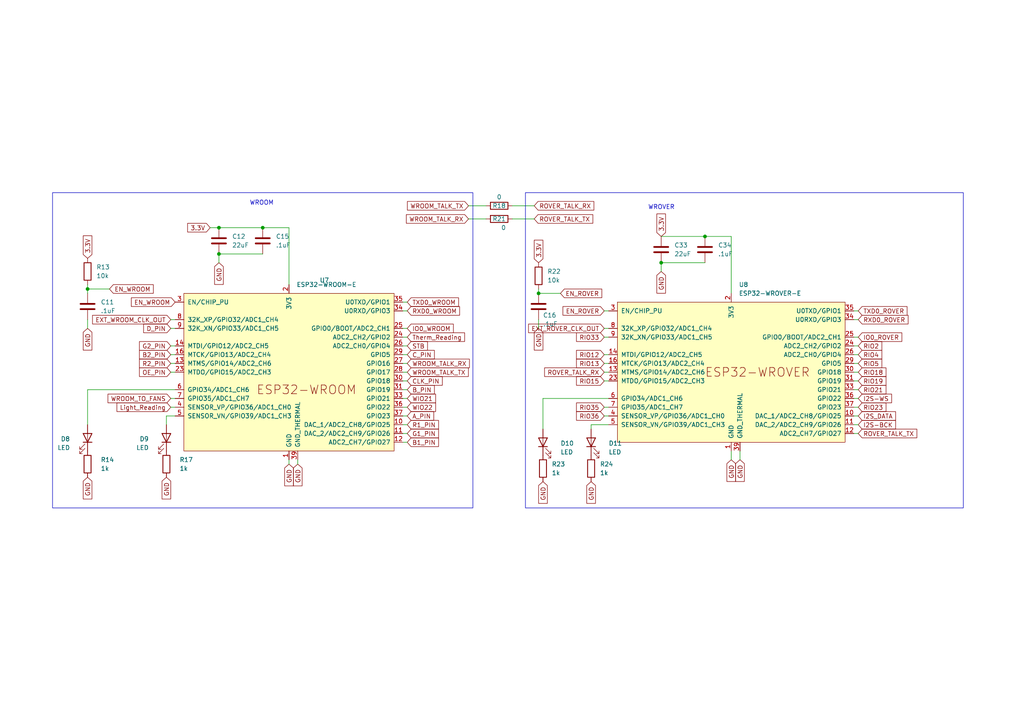
<source format=kicad_sch>
(kicad_sch (version 20230121) (generator eeschema)

  (uuid c7e01b8d-926a-47e3-a9cc-512f9cd075fc)

  (paper "A4")

  (lib_symbols
    (symbol "Device:C" (pin_numbers hide) (pin_names (offset 0.254)) (in_bom yes) (on_board yes)
      (property "Reference" "C" (at 0.635 2.54 0)
        (effects (font (size 1.27 1.27)) (justify left))
      )
      (property "Value" "C" (at 0.635 -2.54 0)
        (effects (font (size 1.27 1.27)) (justify left))
      )
      (property "Footprint" "" (at 0.9652 -3.81 0)
        (effects (font (size 1.27 1.27)) hide)
      )
      (property "Datasheet" "~" (at 0 0 0)
        (effects (font (size 1.27 1.27)) hide)
      )
      (property "ki_keywords" "cap capacitor" (at 0 0 0)
        (effects (font (size 1.27 1.27)) hide)
      )
      (property "ki_description" "Unpolarized capacitor" (at 0 0 0)
        (effects (font (size 1.27 1.27)) hide)
      )
      (property "ki_fp_filters" "C_*" (at 0 0 0)
        (effects (font (size 1.27 1.27)) hide)
      )
      (symbol "C_0_1"
        (polyline
          (pts
            (xy -2.032 -0.762)
            (xy 2.032 -0.762)
          )
          (stroke (width 0.508) (type default))
          (fill (type none))
        )
        (polyline
          (pts
            (xy -2.032 0.762)
            (xy 2.032 0.762)
          )
          (stroke (width 0.508) (type default))
          (fill (type none))
        )
      )
      (symbol "C_1_1"
        (pin passive line (at 0 3.81 270) (length 2.794)
          (name "~" (effects (font (size 1.27 1.27))))
          (number "1" (effects (font (size 1.27 1.27))))
        )
        (pin passive line (at 0 -3.81 90) (length 2.794)
          (name "~" (effects (font (size 1.27 1.27))))
          (number "2" (effects (font (size 1.27 1.27))))
        )
      )
    )
    (symbol "Device:LED" (pin_numbers hide) (pin_names (offset 1.016) hide) (in_bom yes) (on_board yes)
      (property "Reference" "D" (at 0 2.54 0)
        (effects (font (size 1.27 1.27)))
      )
      (property "Value" "LED" (at 0 -2.54 0)
        (effects (font (size 1.27 1.27)))
      )
      (property "Footprint" "" (at 0 0 0)
        (effects (font (size 1.27 1.27)) hide)
      )
      (property "Datasheet" "~" (at 0 0 0)
        (effects (font (size 1.27 1.27)) hide)
      )
      (property "ki_keywords" "LED diode" (at 0 0 0)
        (effects (font (size 1.27 1.27)) hide)
      )
      (property "ki_description" "Light emitting diode" (at 0 0 0)
        (effects (font (size 1.27 1.27)) hide)
      )
      (property "ki_fp_filters" "LED* LED_SMD:* LED_THT:*" (at 0 0 0)
        (effects (font (size 1.27 1.27)) hide)
      )
      (symbol "LED_0_1"
        (polyline
          (pts
            (xy -1.27 -1.27)
            (xy -1.27 1.27)
          )
          (stroke (width 0.254) (type default))
          (fill (type none))
        )
        (polyline
          (pts
            (xy -1.27 0)
            (xy 1.27 0)
          )
          (stroke (width 0) (type default))
          (fill (type none))
        )
        (polyline
          (pts
            (xy 1.27 -1.27)
            (xy 1.27 1.27)
            (xy -1.27 0)
            (xy 1.27 -1.27)
          )
          (stroke (width 0.254) (type default))
          (fill (type none))
        )
        (polyline
          (pts
            (xy -3.048 -0.762)
            (xy -4.572 -2.286)
            (xy -3.81 -2.286)
            (xy -4.572 -2.286)
            (xy -4.572 -1.524)
          )
          (stroke (width 0) (type default))
          (fill (type none))
        )
        (polyline
          (pts
            (xy -1.778 -0.762)
            (xy -3.302 -2.286)
            (xy -2.54 -2.286)
            (xy -3.302 -2.286)
            (xy -3.302 -1.524)
          )
          (stroke (width 0) (type default))
          (fill (type none))
        )
      )
      (symbol "LED_1_1"
        (pin passive line (at -3.81 0 0) (length 2.54)
          (name "K" (effects (font (size 1.27 1.27))))
          (number "1" (effects (font (size 1.27 1.27))))
        )
        (pin passive line (at 3.81 0 180) (length 2.54)
          (name "A" (effects (font (size 1.27 1.27))))
          (number "2" (effects (font (size 1.27 1.27))))
        )
      )
    )
    (symbol "Device:R" (pin_numbers hide) (pin_names (offset 0)) (in_bom yes) (on_board yes)
      (property "Reference" "R" (at 2.032 0 90)
        (effects (font (size 1.27 1.27)))
      )
      (property "Value" "R" (at 0 0 90)
        (effects (font (size 1.27 1.27)))
      )
      (property "Footprint" "" (at -1.778 0 90)
        (effects (font (size 1.27 1.27)) hide)
      )
      (property "Datasheet" "~" (at 0 0 0)
        (effects (font (size 1.27 1.27)) hide)
      )
      (property "ki_keywords" "R res resistor" (at 0 0 0)
        (effects (font (size 1.27 1.27)) hide)
      )
      (property "ki_description" "Resistor" (at 0 0 0)
        (effects (font (size 1.27 1.27)) hide)
      )
      (property "ki_fp_filters" "R_*" (at 0 0 0)
        (effects (font (size 1.27 1.27)) hide)
      )
      (symbol "R_0_1"
        (rectangle (start -1.016 -2.54) (end 1.016 2.54)
          (stroke (width 0.254) (type default))
          (fill (type none))
        )
      )
      (symbol "R_1_1"
        (pin passive line (at 0 3.81 270) (length 1.27)
          (name "~" (effects (font (size 1.27 1.27))))
          (number "1" (effects (font (size 1.27 1.27))))
        )
        (pin passive line (at 0 -3.81 90) (length 1.27)
          (name "~" (effects (font (size 1.27 1.27))))
          (number "2" (effects (font (size 1.27 1.27))))
        )
      )
    )
    (symbol "PCM_Espressif:ESP32-WROOM-E" (pin_names (offset 1.016)) (in_bom yes) (on_board yes)
      (property "Reference" "U" (at -30.48 27.94 0)
        (effects (font (size 1.27 1.27)) (justify left))
      )
      (property "Value" "ESP32-WROOM-E" (at -30.48 25.4 0)
        (effects (font (size 1.27 1.27)) (justify left))
      )
      (property "Footprint" "PCM_Espressif:ESP32-WROOM-32E" (at 0 -35.56 0)
        (effects (font (size 1.27 1.27)) hide)
      )
      (property "Datasheet" "https://www.espressif.com/sites/default/files/documentation/esp32-wroom-32e_esp32-wroom-32ue_datasheet_en.pdf" (at 0 -38.1 0)
        (effects (font (size 1.27 1.27)) hide)
      )
      (property "ki_keywords" "ESP32" (at 0 0 0)
        (effects (font (size 1.27 1.27)) hide)
      )
      (property "ki_description" "ESP32-WROOM-32E integrates ESP32-D0WD-V3, with higher stability and safety performance." (at 0 0 0)
        (effects (font (size 1.27 1.27)) hide)
      )
      (symbol "ESP32-WROOM-E_0_1"
        (rectangle (start -30.48 22.86) (end 30.48 -22.86)
          (stroke (width 0) (type default))
          (fill (type background))
        )
      )
      (symbol "ESP32-WROOM-E_1_1"
        (text "ESP32-­WROOM­" (at 5.08 -5.08 0)
          (effects (font (size 2.54 2.54)))
        )
        (pin power_in line (at 0 -25.4 90) (length 2.54)
          (name "GND" (effects (font (size 1.27 1.27))))
          (number "1" (effects (font (size 1.27 1.27))))
        )
        (pin bidirectional line (at 33.02 -15.24 180) (length 2.54)
          (name "DAC_1/ADC2_CH8/GPIO25" (effects (font (size 1.27 1.27))))
          (number "10" (effects (font (size 1.27 1.27))))
        )
        (pin bidirectional line (at 33.02 -17.78 180) (length 2.54)
          (name "DAC_2/ADC2_CH9/GPIO26" (effects (font (size 1.27 1.27))))
          (number "11" (effects (font (size 1.27 1.27))))
        )
        (pin bidirectional line (at 33.02 -20.32 180) (length 2.54)
          (name "ADC2_CH7/GPIO27" (effects (font (size 1.27 1.27))))
          (number "12" (effects (font (size 1.27 1.27))))
        )
        (pin bidirectional line (at -33.02 2.54 0) (length 2.54)
          (name "MTMS/GPIO14/ADC2_CH6" (effects (font (size 1.27 1.27))))
          (number "13" (effects (font (size 1.27 1.27))))
        )
        (pin bidirectional line (at -33.02 7.62 0) (length 2.54)
          (name "MTDI/GPIO12/ADC2_CH5" (effects (font (size 1.27 1.27))))
          (number "14" (effects (font (size 1.27 1.27))))
        )
        (pin passive line (at 0 -25.4 90) (length 2.54) hide
          (name "GND" (effects (font (size 1.27 1.27))))
          (number "15" (effects (font (size 1.27 1.27))))
        )
        (pin bidirectional line (at -33.02 5.08 0) (length 2.54)
          (name "MTCK/GPIO13/ADC2_CH4" (effects (font (size 1.27 1.27))))
          (number "16" (effects (font (size 1.27 1.27))))
        )
        (pin power_in line (at 0 25.4 270) (length 2.54)
          (name "3V3" (effects (font (size 1.27 1.27))))
          (number "2" (effects (font (size 1.27 1.27))))
        )
        (pin bidirectional line (at -33.02 0 0) (length 2.54)
          (name "MTDO/GPIO15/ADC2_CH3" (effects (font (size 1.27 1.27))))
          (number "23" (effects (font (size 1.27 1.27))))
        )
        (pin bidirectional line (at 33.02 10.16 180) (length 2.54)
          (name "ADC2_CH2/GPIO2" (effects (font (size 1.27 1.27))))
          (number "24" (effects (font (size 1.27 1.27))))
        )
        (pin bidirectional line (at 33.02 12.7 180) (length 2.54)
          (name "GPIO0/BOOT/ADC2_CH1" (effects (font (size 1.27 1.27))))
          (number "25" (effects (font (size 1.27 1.27))))
        )
        (pin bidirectional line (at 33.02 7.62 180) (length 2.54)
          (name "ADC2_CH0/GPIO4" (effects (font (size 1.27 1.27))))
          (number "26" (effects (font (size 1.27 1.27))))
        )
        (pin bidirectional line (at 33.02 2.54 180) (length 2.54)
          (name "GPIO16" (effects (font (size 1.27 1.27))))
          (number "27" (effects (font (size 1.27 1.27))))
        )
        (pin bidirectional line (at 33.02 0 180) (length 2.54)
          (name "GPIO17" (effects (font (size 1.27 1.27))))
          (number "28" (effects (font (size 1.27 1.27))))
        )
        (pin bidirectional line (at 33.02 5.08 180) (length 2.54)
          (name "GPIO5" (effects (font (size 1.27 1.27))))
          (number "29" (effects (font (size 1.27 1.27))))
        )
        (pin input line (at -33.02 20.32 0) (length 2.54)
          (name "EN/CHIP_PU" (effects (font (size 1.27 1.27))))
          (number "3" (effects (font (size 1.27 1.27))))
        )
        (pin bidirectional line (at 33.02 -2.54 180) (length 2.54)
          (name "GPIO18" (effects (font (size 1.27 1.27))))
          (number "30" (effects (font (size 1.27 1.27))))
        )
        (pin bidirectional line (at 33.02 -5.08 180) (length 2.54)
          (name "GPIO19" (effects (font (size 1.27 1.27))))
          (number "31" (effects (font (size 1.27 1.27))))
        )
        (pin bidirectional line (at 33.02 -7.62 180) (length 2.54)
          (name "GPIO21" (effects (font (size 1.27 1.27))))
          (number "33" (effects (font (size 1.27 1.27))))
        )
        (pin bidirectional line (at 33.02 17.78 180) (length 2.54)
          (name "U0RXD/GPIO3" (effects (font (size 1.27 1.27))))
          (number "34" (effects (font (size 1.27 1.27))))
        )
        (pin bidirectional line (at 33.02 20.32 180) (length 2.54)
          (name "U0TXD/GPIO1" (effects (font (size 1.27 1.27))))
          (number "35" (effects (font (size 1.27 1.27))))
        )
        (pin bidirectional line (at 33.02 -10.16 180) (length 2.54)
          (name "GPIO22" (effects (font (size 1.27 1.27))))
          (number "36" (effects (font (size 1.27 1.27))))
        )
        (pin bidirectional line (at 33.02 -12.7 180) (length 2.54)
          (name "GPIO23" (effects (font (size 1.27 1.27))))
          (number "37" (effects (font (size 1.27 1.27))))
        )
        (pin passive line (at 0 -25.4 90) (length 2.54) hide
          (name "GND" (effects (font (size 1.27 1.27))))
          (number "38" (effects (font (size 1.27 1.27))))
        )
        (pin power_in line (at 2.54 -25.4 90) (length 2.54)
          (name "GND_THERMAL" (effects (font (size 1.27 1.27))))
          (number "39" (effects (font (size 1.27 1.27))))
        )
        (pin input line (at -33.02 -10.16 0) (length 2.54)
          (name "SENSOR_VP/GPIO36/ADC1_CH0" (effects (font (size 1.27 1.27))))
          (number "4" (effects (font (size 1.27 1.27))))
        )
        (pin input line (at -33.02 -12.7 0) (length 2.54)
          (name "SENSOR_VN/GPIO39/ADC1_CH3" (effects (font (size 1.27 1.27))))
          (number "5" (effects (font (size 1.27 1.27))))
        )
        (pin input line (at -33.02 -5.08 0) (length 2.54)
          (name "GPIO34/ADC1_CH6" (effects (font (size 1.27 1.27))))
          (number "6" (effects (font (size 1.27 1.27))))
        )
        (pin input line (at -33.02 -7.62 0) (length 2.54)
          (name "GPIO35/ADC1_CH7" (effects (font (size 1.27 1.27))))
          (number "7" (effects (font (size 1.27 1.27))))
        )
        (pin bidirectional line (at -33.02 15.24 0) (length 2.54)
          (name "32K_XP/GPIO32/ADC1_CH4" (effects (font (size 1.27 1.27))))
          (number "8" (effects (font (size 1.27 1.27))))
        )
        (pin bidirectional line (at -33.02 12.7 0) (length 2.54)
          (name "32K_XN/GPIO33/ADC1_CH5" (effects (font (size 1.27 1.27))))
          (number "9" (effects (font (size 1.27 1.27))))
        )
      )
    )
    (symbol "PCM_Espressif:ESP32-WROVER-E" (pin_names (offset 1.016)) (in_bom yes) (on_board yes)
      (property "Reference" "U" (at -30.48 25.4 0)
        (effects (font (size 1.27 1.27)) (justify left))
      )
      (property "Value" "ESP32-WROVER-E" (at -30.48 22.86 0)
        (effects (font (size 1.27 1.27)) (justify left))
      )
      (property "Footprint" "PCM_Espressif:ESP32-WROVER-E" (at 2.54 -33.02 0)
        (effects (font (size 1.27 1.27)) hide)
      )
      (property "Datasheet" "https://www.espressif.com/sites/default/files/documentation/esp32-wrover-e_esp32-wrover-ie_datasheet_en.pdf" (at 2.54 -35.56 0)
        (effects (font (size 1.27 1.27)) hide)
      )
      (property "ki_keywords" "ESP32" (at 0 0 0)
        (effects (font (size 1.27 1.27)) hide)
      )
      (property "ki_description" "ESP32-WROVER-E and ESP32-WROVER-IE are two powerful, generic WiFi-BT-BLE MCU modules that target a wide variety of applications, ranging from low-power sensor networks to the most demanding tasks, such as voice encoding, music streaming and MP3 decoding. ESP32-WROVER-E comes with a PCB antenna, and ESP32-WROVER-IE with an IPEX antenna. They both featurea 4 MB external SPI flash and an additional 8 MB SPI Pseudo static RAM (PSRAM)." (at 0 0 0)
        (effects (font (size 1.27 1.27)) hide)
      )
      (symbol "ESP32-WROVER-E_0_1"
        (rectangle (start -33.02 20.32) (end 33.02 -20.32)
          (stroke (width 0) (type default))
          (fill (type background))
        )
      )
      (symbol "ESP32-WROVER-E_1_1"
        (text "ESP32-­WROVER" (at 7.62 0 0)
          (effects (font (size 2.54 2.54)))
        )
        (pin power_in line (at 0 -22.86 90) (length 2.54)
          (name "GND" (effects (font (size 1.27 1.27))))
          (number "1" (effects (font (size 1.27 1.27))))
        )
        (pin bidirectional line (at 35.56 -12.7 180) (length 2.54)
          (name "DAC_1/ADC2_CH8/GPIO25" (effects (font (size 1.27 1.27))))
          (number "10" (effects (font (size 1.27 1.27))))
        )
        (pin bidirectional line (at 35.56 -15.24 180) (length 2.54)
          (name "DAC_2/ADC2_CH9/GPIO26" (effects (font (size 1.27 1.27))))
          (number "11" (effects (font (size 1.27 1.27))))
        )
        (pin bidirectional line (at 35.56 -17.78 180) (length 2.54)
          (name "ADC2_CH7/GPIO27" (effects (font (size 1.27 1.27))))
          (number "12" (effects (font (size 1.27 1.27))))
        )
        (pin bidirectional line (at -35.56 0 0) (length 2.54)
          (name "MTMS/GPIO14/ADC2_CH6" (effects (font (size 1.27 1.27))))
          (number "13" (effects (font (size 1.27 1.27))))
        )
        (pin bidirectional line (at -35.56 5.08 0) (length 2.54)
          (name "MTDI/GPIO12/ADC2_CH5" (effects (font (size 1.27 1.27))))
          (number "14" (effects (font (size 1.27 1.27))))
        )
        (pin passive line (at 0 -22.86 90) (length 2.54) hide
          (name "GND" (effects (font (size 1.27 1.27))))
          (number "15" (effects (font (size 1.27 1.27))))
        )
        (pin bidirectional line (at -35.56 2.54 0) (length 2.54)
          (name "MTCK/GPIO13/ADC2_CH4" (effects (font (size 1.27 1.27))))
          (number "16" (effects (font (size 1.27 1.27))))
        )
        (pin power_in line (at 0 22.86 270) (length 2.54)
          (name "3V3" (effects (font (size 1.27 1.27))))
          (number "2" (effects (font (size 1.27 1.27))))
        )
        (pin bidirectional line (at -35.56 -2.54 0) (length 2.54)
          (name "MTDO/GPIO15/ADC2_CH3" (effects (font (size 1.27 1.27))))
          (number "23" (effects (font (size 1.27 1.27))))
        )
        (pin bidirectional line (at 35.56 7.62 180) (length 2.54)
          (name "ADC2_CH2/GPIO2" (effects (font (size 1.27 1.27))))
          (number "24" (effects (font (size 1.27 1.27))))
        )
        (pin bidirectional line (at 35.56 10.16 180) (length 2.54)
          (name "GPIO0/BOOT/ADC2_CH1" (effects (font (size 1.27 1.27))))
          (number "25" (effects (font (size 1.27 1.27))))
        )
        (pin bidirectional line (at 35.56 5.08 180) (length 2.54)
          (name "ADC2_CH0/GPIO4" (effects (font (size 1.27 1.27))))
          (number "26" (effects (font (size 1.27 1.27))))
        )
        (pin bidirectional line (at 35.56 2.54 180) (length 2.54)
          (name "GPIO5" (effects (font (size 1.27 1.27))))
          (number "29" (effects (font (size 1.27 1.27))))
        )
        (pin input line (at -35.56 17.78 0) (length 2.54)
          (name "EN/CHIP_PU" (effects (font (size 1.27 1.27))))
          (number "3" (effects (font (size 1.27 1.27))))
        )
        (pin bidirectional line (at 35.56 0 180) (length 2.54)
          (name "GPIO18" (effects (font (size 1.27 1.27))))
          (number "30" (effects (font (size 1.27 1.27))))
        )
        (pin bidirectional line (at 35.56 -2.54 180) (length 2.54)
          (name "GPIO19" (effects (font (size 1.27 1.27))))
          (number "31" (effects (font (size 1.27 1.27))))
        )
        (pin bidirectional line (at 35.56 -5.08 180) (length 2.54)
          (name "GPIO21" (effects (font (size 1.27 1.27))))
          (number "33" (effects (font (size 1.27 1.27))))
        )
        (pin bidirectional line (at 35.56 15.24 180) (length 2.54)
          (name "U0RXD/GPIO3" (effects (font (size 1.27 1.27))))
          (number "34" (effects (font (size 1.27 1.27))))
        )
        (pin bidirectional line (at 35.56 17.78 180) (length 2.54)
          (name "U0TXD/GPIO1" (effects (font (size 1.27 1.27))))
          (number "35" (effects (font (size 1.27 1.27))))
        )
        (pin bidirectional line (at 35.56 -7.62 180) (length 2.54)
          (name "GPIO22" (effects (font (size 1.27 1.27))))
          (number "36" (effects (font (size 1.27 1.27))))
        )
        (pin bidirectional line (at 35.56 -10.16 180) (length 2.54)
          (name "GPIO23" (effects (font (size 1.27 1.27))))
          (number "37" (effects (font (size 1.27 1.27))))
        )
        (pin passive line (at 0 -22.86 90) (length 2.54) hide
          (name "GND" (effects (font (size 1.27 1.27))))
          (number "38" (effects (font (size 1.27 1.27))))
        )
        (pin power_in line (at 2.54 -22.86 90) (length 2.54)
          (name "GND_THERMAL" (effects (font (size 1.27 1.27))))
          (number "39" (effects (font (size 1.27 1.27))))
        )
        (pin input line (at -35.56 -12.7 0) (length 2.54)
          (name "SENSOR_VP/GPIO36/ADC1_CH0" (effects (font (size 1.27 1.27))))
          (number "4" (effects (font (size 1.27 1.27))))
        )
        (pin input line (at -35.56 -15.24 0) (length 2.54)
          (name "SENSOR_VN/GPIO39/ADC1_CH3" (effects (font (size 1.27 1.27))))
          (number "5" (effects (font (size 1.27 1.27))))
        )
        (pin input line (at -35.56 -7.62 0) (length 2.54)
          (name "GPIO34/ADC1_CH6" (effects (font (size 1.27 1.27))))
          (number "6" (effects (font (size 1.27 1.27))))
        )
        (pin input line (at -35.56 -10.16 0) (length 2.54)
          (name "GPIO35/ADC1_CH7" (effects (font (size 1.27 1.27))))
          (number "7" (effects (font (size 1.27 1.27))))
        )
        (pin bidirectional line (at -35.56 12.7 0) (length 2.54)
          (name "32K_XP/GPIO32/ADC1_CH4" (effects (font (size 1.27 1.27))))
          (number "8" (effects (font (size 1.27 1.27))))
        )
        (pin bidirectional line (at -35.56 10.16 0) (length 2.54)
          (name "32K_XN/GPIO33/ADC1_CH5" (effects (font (size 1.27 1.27))))
          (number "9" (effects (font (size 1.27 1.27))))
        )
      )
    )
  )

  (junction (at 76.2 66.04) (diameter 0) (color 0 0 0 0)
    (uuid 18faa5a2-be66-439e-8bf4-534ce00e441c)
  )
  (junction (at 25.4 83.82) (diameter 0) (color 0 0 0 0)
    (uuid 1e5cc816-dc76-4cc0-b685-c094415349a1)
  )
  (junction (at 156.21 85.09) (diameter 0) (color 0 0 0 0)
    (uuid 5f81b2ab-cfd8-4561-a073-c999750d2922)
  )
  (junction (at 63.5 73.66) (diameter 0) (color 0 0 0 0)
    (uuid 64605af1-1472-4dd5-be28-c5e24b85e51a)
  )
  (junction (at 191.77 76.2) (diameter 0) (color 0 0 0 0)
    (uuid 84c87fdb-a732-456f-bf61-3396115e97c9)
  )
  (junction (at 204.47 68.58) (diameter 0) (color 0 0 0 0)
    (uuid dfc1f348-b952-40cd-827a-4c9f9b7a3b5d)
  )
  (junction (at 63.5 66.04) (diameter 0) (color 0 0 0 0)
    (uuid f6ab7b5a-8399-42bf-aeea-ab6968b649b9)
  )

  (wire (pts (xy 83.82 133.35) (xy 83.82 134.62))
    (stroke (width 0) (type default))
    (uuid 0055fff8-42e9-464d-be9c-d2c175636241)
  )
  (wire (pts (xy 49.53 107.95) (xy 50.8 107.95))
    (stroke (width 0) (type default))
    (uuid 02ca1c24-a436-41b1-a326-4d7099c40e11)
  )
  (wire (pts (xy 248.92 100.33) (xy 247.65 100.33))
    (stroke (width 0) (type default))
    (uuid 062ab564-a729-4557-a571-3f09d945e03d)
  )
  (wire (pts (xy 49.53 100.33) (xy 50.8 100.33))
    (stroke (width 0) (type default))
    (uuid 083bf3cd-490c-4dbc-a962-12a485652e52)
  )
  (wire (pts (xy 116.84 123.19) (xy 118.11 123.19))
    (stroke (width 0) (type default))
    (uuid 0ad8977a-35df-49ff-9713-b90f150d4be0)
  )
  (wire (pts (xy 212.09 68.58) (xy 212.09 85.09))
    (stroke (width 0) (type default))
    (uuid 138d7916-6f1a-4ae2-80d9-a05a3a3d1d8e)
  )
  (wire (pts (xy 25.4 83.82) (xy 25.4 85.09))
    (stroke (width 0) (type default))
    (uuid 1af36195-e3b6-4f20-b373-91ff844c1d5d)
  )
  (wire (pts (xy 175.26 95.25) (xy 176.53 95.25))
    (stroke (width 0) (type default))
    (uuid 1fc72266-d48f-487a-922b-8c073af0fea0)
  )
  (wire (pts (xy 248.92 123.19) (xy 247.65 123.19))
    (stroke (width 0) (type default))
    (uuid 222b5776-574d-4752-825e-3e035491e8d9)
  )
  (wire (pts (xy 116.84 110.49) (xy 118.11 110.49))
    (stroke (width 0) (type default))
    (uuid 28ad258b-234d-48a9-b9d8-5771e7dcb4c0)
  )
  (wire (pts (xy 171.45 123.19) (xy 176.53 123.19))
    (stroke (width 0) (type default))
    (uuid 2d523cfb-113a-4881-96c9-51ce44e13b86)
  )
  (wire (pts (xy 156.21 85.09) (xy 162.56 85.09))
    (stroke (width 0) (type default))
    (uuid 2e80f89a-cc22-42ff-81a4-814c3cc25f99)
  )
  (wire (pts (xy 171.45 123.19) (xy 171.45 124.46))
    (stroke (width 0) (type default))
    (uuid 358bb3ea-f810-4be5-a507-4853f125cec8)
  )
  (wire (pts (xy 49.53 118.11) (xy 50.8 118.11))
    (stroke (width 0) (type default))
    (uuid 3c5eaada-da0b-49d4-a1a1-42aafde34033)
  )
  (wire (pts (xy 248.92 105.41) (xy 247.65 105.41))
    (stroke (width 0) (type default))
    (uuid 3f21bdef-8819-4053-9d76-eb8f7bf615e4)
  )
  (wire (pts (xy 116.84 128.27) (xy 118.11 128.27))
    (stroke (width 0) (type default))
    (uuid 47f4db4d-325e-442a-9b7f-7b74f63ae863)
  )
  (wire (pts (xy 118.11 107.95) (xy 116.84 107.95))
    (stroke (width 0) (type default))
    (uuid 4872a80b-71fe-40cb-9edf-2a58a17eb95b)
  )
  (wire (pts (xy 48.26 120.65) (xy 50.8 120.65))
    (stroke (width 0) (type default))
    (uuid 52e9fb27-e170-4647-846b-b666bacbd2be)
  )
  (wire (pts (xy 248.92 118.11) (xy 247.65 118.11))
    (stroke (width 0) (type default))
    (uuid 53c0fbfb-edad-415f-ae5b-cac8e1aad90f)
  )
  (wire (pts (xy 49.53 105.41) (xy 50.8 105.41))
    (stroke (width 0) (type default))
    (uuid 543edc59-9017-4576-b03b-b3be15e9c882)
  )
  (wire (pts (xy 248.92 120.65) (xy 247.65 120.65))
    (stroke (width 0) (type default))
    (uuid 54ec652c-52d0-4930-9a17-aecba8c0ca62)
  )
  (wire (pts (xy 63.5 66.04) (xy 76.2 66.04))
    (stroke (width 0) (type default))
    (uuid 565a4c28-bbf0-464b-aaa2-8f2bbe22983e)
  )
  (wire (pts (xy 191.77 76.2) (xy 204.47 76.2))
    (stroke (width 0) (type default))
    (uuid 572c3096-91b8-4e32-a7b0-49ca0bdfbfee)
  )
  (wire (pts (xy 135.89 63.5) (xy 140.97 63.5))
    (stroke (width 0) (type default))
    (uuid 5846409d-2550-4bf6-aaf7-574937439576)
  )
  (wire (pts (xy 48.26 120.65) (xy 48.26 123.19))
    (stroke (width 0) (type default))
    (uuid 58d18763-087f-481c-aff1-d05b7a2f43e5)
  )
  (wire (pts (xy 204.47 68.58) (xy 212.09 68.58))
    (stroke (width 0) (type default))
    (uuid 58fa86a6-64f4-4944-a782-9421d2e30f1c)
  )
  (wire (pts (xy 248.92 97.79) (xy 247.65 97.79))
    (stroke (width 0) (type default))
    (uuid 59b9644a-78cf-4627-9c0c-4ef5d40b04b4)
  )
  (wire (pts (xy 175.26 90.17) (xy 176.53 90.17))
    (stroke (width 0) (type default))
    (uuid 5c3337f1-96b0-4f3f-82ff-05b483a9262b)
  )
  (wire (pts (xy 118.11 118.11) (xy 116.84 118.11))
    (stroke (width 0) (type default))
    (uuid 5dd99899-7d10-428c-aa64-34bcce3d4c05)
  )
  (wire (pts (xy 156.21 92.71) (xy 156.21 95.25))
    (stroke (width 0) (type default))
    (uuid 62db9fef-7e5d-42b6-876b-f647937d0109)
  )
  (wire (pts (xy 175.26 120.65) (xy 176.53 120.65))
    (stroke (width 0) (type default))
    (uuid 66817010-9168-4823-a5d7-c4d675b44d74)
  )
  (wire (pts (xy 248.92 102.87) (xy 247.65 102.87))
    (stroke (width 0) (type default))
    (uuid 696db4cd-2042-4630-a059-953c535bdac6)
  )
  (wire (pts (xy 118.11 87.63) (xy 116.84 87.63))
    (stroke (width 0) (type default))
    (uuid 69745914-01b1-4123-9c65-a635419ba412)
  )
  (wire (pts (xy 248.92 113.03) (xy 247.65 113.03))
    (stroke (width 0) (type default))
    (uuid 6e1c7527-fcad-4f3f-bfc1-1ba7a9b2326e)
  )
  (wire (pts (xy 175.26 118.11) (xy 176.53 118.11))
    (stroke (width 0) (type default))
    (uuid 6fe13846-a111-4360-a08d-ca4fe07ea0d3)
  )
  (wire (pts (xy 49.53 115.57) (xy 50.8 115.57))
    (stroke (width 0) (type default))
    (uuid 73f27e83-7f80-4dd6-bf64-90bab30f12f3)
  )
  (wire (pts (xy 118.11 105.41) (xy 116.84 105.41))
    (stroke (width 0) (type default))
    (uuid 76f0b1ee-443d-43d0-bdc5-f89f09c67775)
  )
  (wire (pts (xy 116.84 102.87) (xy 118.11 102.87))
    (stroke (width 0) (type default))
    (uuid 7757191b-e800-4058-84bc-6be40eb50686)
  )
  (wire (pts (xy 175.26 97.79) (xy 176.53 97.79))
    (stroke (width 0) (type default))
    (uuid 7d1bf71c-3380-446d-b9ae-e516ecc192e9)
  )
  (wire (pts (xy 116.84 120.65) (xy 118.11 120.65))
    (stroke (width 0) (type default))
    (uuid 7fc03900-0ac6-4049-8495-a56231702235)
  )
  (wire (pts (xy 157.48 115.57) (xy 157.48 124.46))
    (stroke (width 0) (type default))
    (uuid 82a3cc9a-406b-46d3-b79b-f45afb0a0659)
  )
  (wire (pts (xy 248.92 92.71) (xy 247.65 92.71))
    (stroke (width 0) (type default))
    (uuid 87157ea6-3a85-48e3-83de-0b7ad485d461)
  )
  (wire (pts (xy 25.4 113.03) (xy 25.4 123.19))
    (stroke (width 0) (type default))
    (uuid 8843767b-fe97-4fc4-b3bc-8f480486ea77)
  )
  (wire (pts (xy 191.77 68.58) (xy 204.47 68.58))
    (stroke (width 0) (type default))
    (uuid 889a4602-ea7b-4e82-9dcb-e0a2e2bf06f4)
  )
  (wire (pts (xy 63.5 73.66) (xy 63.5 76.2))
    (stroke (width 0) (type default))
    (uuid 89ae8f33-ad17-452e-826e-af21f9afafaa)
  )
  (wire (pts (xy 176.53 107.95) (xy 175.26 107.95))
    (stroke (width 0) (type default))
    (uuid 89fbc89a-8193-474b-b64e-aeb802f7e338)
  )
  (wire (pts (xy 63.5 73.66) (xy 76.2 73.66))
    (stroke (width 0) (type default))
    (uuid 8d44885c-8188-4b26-a557-217b374a28fa)
  )
  (wire (pts (xy 83.82 66.04) (xy 83.82 82.55))
    (stroke (width 0) (type default))
    (uuid 95c41fe6-7336-4cf3-9608-f70354684ec8)
  )
  (wire (pts (xy 175.26 105.41) (xy 176.53 105.41))
    (stroke (width 0) (type default))
    (uuid 9ced05de-e9f3-4a40-99ee-3b75c47a7510)
  )
  (wire (pts (xy 25.4 82.55) (xy 25.4 83.82))
    (stroke (width 0) (type default))
    (uuid a12565d7-ccac-4ecd-b357-35ce9f6fc6f2)
  )
  (wire (pts (xy 60.96 66.04) (xy 63.5 66.04))
    (stroke (width 0) (type default))
    (uuid a545c523-8bf9-4aa8-8693-4b4b38570fe0)
  )
  (wire (pts (xy 116.84 125.73) (xy 118.11 125.73))
    (stroke (width 0) (type default))
    (uuid a603b45a-0f66-481f-94a9-1c2cb4e38159)
  )
  (wire (pts (xy 191.77 76.2) (xy 191.77 78.74))
    (stroke (width 0) (type default))
    (uuid acb7832e-31ce-4ec8-aec6-ce4896a7aaea)
  )
  (wire (pts (xy 49.53 92.71) (xy 50.8 92.71))
    (stroke (width 0) (type default))
    (uuid ad0242a1-e97e-47a7-a17a-3b1d83bdda4d)
  )
  (wire (pts (xy 118.11 115.57) (xy 116.84 115.57))
    (stroke (width 0) (type default))
    (uuid b140c008-1083-4ca0-8792-16e2907672fd)
  )
  (wire (pts (xy 248.92 107.95) (xy 247.65 107.95))
    (stroke (width 0) (type default))
    (uuid b6b49cbc-05e4-4ecf-a12d-78880b76bce9)
  )
  (wire (pts (xy 25.4 113.03) (xy 50.8 113.03))
    (stroke (width 0) (type default))
    (uuid b79ec9f9-d1ed-4fe2-804d-84f35ead54f3)
  )
  (wire (pts (xy 135.89 59.69) (xy 140.97 59.69))
    (stroke (width 0) (type default))
    (uuid b8b7f3af-42ff-42e2-bbe7-fe59e61a1d57)
  )
  (wire (pts (xy 25.4 83.82) (xy 31.75 83.82))
    (stroke (width 0) (type default))
    (uuid bb293f0e-8207-4331-80fb-986989436b2d)
  )
  (wire (pts (xy 148.59 63.5) (xy 154.94 63.5))
    (stroke (width 0) (type default))
    (uuid be49fd2b-244d-4e79-979b-471195306992)
  )
  (wire (pts (xy 116.84 97.79) (xy 118.11 97.79))
    (stroke (width 0) (type default))
    (uuid c490e06f-85c5-43bd-90ea-4e93c89a4861)
  )
  (wire (pts (xy 118.11 95.25) (xy 116.84 95.25))
    (stroke (width 0) (type default))
    (uuid c4d16a6d-732c-43ab-9e28-60cc73e8ff01)
  )
  (wire (pts (xy 248.92 125.73) (xy 247.65 125.73))
    (stroke (width 0) (type default))
    (uuid ca7d0efd-d1fc-407f-a858-13b68c604ad1)
  )
  (wire (pts (xy 248.92 110.49) (xy 247.65 110.49))
    (stroke (width 0) (type default))
    (uuid ccdd8197-a7ba-433f-a8ab-a566cd17c850)
  )
  (wire (pts (xy 157.48 115.57) (xy 176.53 115.57))
    (stroke (width 0) (type default))
    (uuid ccf88a22-da17-483b-958d-109505731dae)
  )
  (wire (pts (xy 248.92 90.17) (xy 247.65 90.17))
    (stroke (width 0) (type default))
    (uuid d64aafd3-2e4c-48d6-88e9-42780f325e0f)
  )
  (wire (pts (xy 212.09 130.81) (xy 212.09 133.35))
    (stroke (width 0) (type default))
    (uuid d9e20aa9-b010-4094-a774-1b4d9ecc8dcc)
  )
  (wire (pts (xy 175.26 102.87) (xy 176.53 102.87))
    (stroke (width 0) (type default))
    (uuid da005e01-0d3a-4a2b-a9ee-bcc5477ec8c2)
  )
  (wire (pts (xy 116.84 100.33) (xy 118.11 100.33))
    (stroke (width 0) (type default))
    (uuid db75586a-a8ef-4cbc-9b7d-8485cc6e6fc3)
  )
  (wire (pts (xy 175.26 110.49) (xy 176.53 110.49))
    (stroke (width 0) (type default))
    (uuid db755bdf-695c-4e63-a9d0-224c4a26f745)
  )
  (wire (pts (xy 116.84 113.03) (xy 118.11 113.03))
    (stroke (width 0) (type default))
    (uuid dc4c3710-04ca-4128-bc42-e7164052fcd4)
  )
  (wire (pts (xy 86.36 133.35) (xy 86.36 134.62))
    (stroke (width 0) (type default))
    (uuid dc82f351-74d5-48b5-bffc-e1ea7a44b116)
  )
  (wire (pts (xy 156.21 83.82) (xy 156.21 85.09))
    (stroke (width 0) (type default))
    (uuid dd8d08b9-57f9-4315-8158-47a233d5c849)
  )
  (wire (pts (xy 76.2 66.04) (xy 83.82 66.04))
    (stroke (width 0) (type default))
    (uuid dfbc10d5-669d-43ad-8276-b317740e8e3e)
  )
  (wire (pts (xy 248.92 115.57) (xy 247.65 115.57))
    (stroke (width 0) (type default))
    (uuid e04e9508-5bfd-45a8-88eb-05aae9299a04)
  )
  (wire (pts (xy 25.4 92.71) (xy 25.4 95.25))
    (stroke (width 0) (type default))
    (uuid e46dd89d-150a-4c83-9d6c-cfc402f0db69)
  )
  (wire (pts (xy 49.53 102.87) (xy 50.8 102.87))
    (stroke (width 0) (type default))
    (uuid f693a212-a083-4940-a805-64e446d0cb04)
  )
  (wire (pts (xy 49.53 95.25) (xy 50.8 95.25))
    (stroke (width 0) (type default))
    (uuid f729ca1e-70e6-428e-a3b8-b16831f9657b)
  )
  (wire (pts (xy 118.11 90.17) (xy 116.84 90.17))
    (stroke (width 0) (type default))
    (uuid f86174e5-466f-4ea8-8d98-37afb0969375)
  )
  (wire (pts (xy 148.59 59.69) (xy 154.94 59.69))
    (stroke (width 0) (type default))
    (uuid f8e2dac1-48ce-4528-b835-741b29e128e7)
  )
  (wire (pts (xy 214.63 130.81) (xy 214.63 133.35))
    (stroke (width 0) (type default))
    (uuid fa7712d3-c5ac-4b7e-82a8-ec0ba4a69522)
  )

  (rectangle (start 152.4 55.88) (end 279.4 147.32)
    (stroke (width 0) (type default))
    (fill (type none))
    (uuid 1b45926e-09c3-4d7b-8c05-5110918cca10)
  )
  (rectangle (start 15.24 55.88) (end 137.16 147.32)
    (stroke (width 0) (type default))
    (fill (type none))
    (uuid d43b93e3-f970-4bc7-9a63-30a5de2e4555)
  )

  (text "WROVER" (at 187.96 60.96 0)
    (effects (font (size 1.27 1.27)) (justify left bottom))
    (uuid e2e2141b-fe63-4d77-8129-5ab0786fd405)
  )
  (text "WROOM" (at 72.39 59.69 0)
    (effects (font (size 1.27 1.27)) (justify left bottom))
    (uuid eeacb410-2657-4ed4-929b-aa9226090414)
  )

  (global_label "RIO19" (shape input) (at 248.92 110.49 0) (fields_autoplaced)
    (effects (font (size 1.27 1.27)) (justify left))
    (uuid 0531cdc3-e446-4425-a9d4-a1e97663e2ba)
    (property "Intersheetrefs" "${INTERSHEET_REFS}" (at 257.5295 110.49 0)
      (effects (font (size 1.27 1.27)) (justify left) hide)
    )
  )
  (global_label "I2S_DATA" (shape input) (at 248.92 120.65 0) (fields_autoplaced)
    (effects (font (size 1.27 1.27)) (justify left))
    (uuid 083bd11a-40a1-4365-9a64-e33c89323cc2)
    (property "Intersheetrefs" "${INTERSHEET_REFS}" (at 260.3114 120.65 0)
      (effects (font (size 1.27 1.27)) (justify left) hide)
    )
  )
  (global_label "ROVER_TALK_TX" (shape input) (at 154.94 63.5 0) (fields_autoplaced)
    (effects (font (size 1.27 1.27)) (justify left))
    (uuid 0b12b1af-c60c-46e9-9915-7d21926a1aa7)
    (property "Intersheetrefs" "${INTERSHEET_REFS}" (at 172.4999 63.5 0)
      (effects (font (size 1.27 1.27)) (justify left) hide)
    )
  )
  (global_label "EN_ROVER" (shape input) (at 175.26 90.17 180) (fields_autoplaced)
    (effects (font (size 1.27 1.27)) (justify right))
    (uuid 0c921842-2c1b-4ce4-9c87-3ddaaff0e3b0)
    (property "Intersheetrefs" "${INTERSHEET_REFS}" (at 162.7196 90.17 0)
      (effects (font (size 1.27 1.27)) (justify right) hide)
    )
  )
  (global_label "EN_WROOM" (shape input) (at 31.75 83.82 0) (fields_autoplaced)
    (effects (font (size 1.27 1.27)) (justify left))
    (uuid 1275e162-dd6f-4941-be7c-d42e1fd39743)
    (property "Intersheetrefs" "${INTERSHEET_REFS}" (at 45.0161 83.82 0)
      (effects (font (size 1.27 1.27)) (justify left) hide)
    )
  )
  (global_label "RIO13" (shape input) (at 175.26 105.41 180) (fields_autoplaced)
    (effects (font (size 1.27 1.27)) (justify right))
    (uuid 13e74700-28f5-41e7-8f1f-bd2d2f864625)
    (property "Intersheetrefs" "${INTERSHEET_REFS}" (at 166.6505 105.41 0)
      (effects (font (size 1.27 1.27)) (justify right) hide)
    )
  )
  (global_label "GND" (shape input) (at 156.21 95.25 270) (fields_autoplaced)
    (effects (font (size 1.27 1.27)) (justify right))
    (uuid 168414f7-94e6-4fff-9ad3-bbece03a64ac)
    (property "Intersheetrefs" "${INTERSHEET_REFS}" (at 156.21 102.1057 90)
      (effects (font (size 1.27 1.27)) (justify right) hide)
    )
  )
  (global_label "ROVER_TALK_RX" (shape input) (at 154.94 59.69 0) (fields_autoplaced)
    (effects (font (size 1.27 1.27)) (justify left))
    (uuid 1bf794a6-1d03-4b33-b8ff-bbaf784572cb)
    (property "Intersheetrefs" "${INTERSHEET_REFS}" (at 172.8023 59.69 0)
      (effects (font (size 1.27 1.27)) (justify left) hide)
    )
  )
  (global_label "EXT_ROVER_CLK_OUT" (shape input) (at 175.26 95.25 180) (fields_autoplaced)
    (effects (font (size 1.27 1.27)) (justify right))
    (uuid 1f1db0ca-7627-466f-b685-11d751f0f656)
    (property "Intersheetrefs" "${INTERSHEET_REFS}" (at 152.7411 95.25 0)
      (effects (font (size 1.27 1.27)) (justify right) hide)
    )
  )
  (global_label "3.3V" (shape input) (at 25.4 74.93 90) (fields_autoplaced)
    (effects (font (size 1.27 1.27)) (justify left))
    (uuid 21a858eb-6d5e-4a9f-9bce-97eda53ff8b0)
    (property "Intersheetrefs" "${INTERSHEET_REFS}" (at 25.4 67.8324 90)
      (effects (font (size 1.27 1.27)) (justify left) hide)
    )
  )
  (global_label "A_PIN" (shape input) (at 118.11 120.65 0) (fields_autoplaced)
    (effects (font (size 1.27 1.27)) (justify left))
    (uuid 26763d46-5c17-44f0-bb6d-178ddc31f132)
    (property "Intersheetrefs" "${INTERSHEET_REFS}" (at 126.3567 120.65 0)
      (effects (font (size 1.27 1.27)) (justify left) hide)
    )
  )
  (global_label "RIO35" (shape input) (at 175.26 118.11 180) (fields_autoplaced)
    (effects (font (size 1.27 1.27)) (justify right))
    (uuid 2d0ed7d4-877d-40b1-ac8f-a0872635aaed)
    (property "Intersheetrefs" "${INTERSHEET_REFS}" (at 166.6505 118.11 0)
      (effects (font (size 1.27 1.27)) (justify right) hide)
    )
  )
  (global_label "GND" (shape input) (at 212.09 133.35 270) (fields_autoplaced)
    (effects (font (size 1.27 1.27)) (justify right))
    (uuid 2edd2349-c350-4a3e-80c2-2c097bf18741)
    (property "Intersheetrefs" "${INTERSHEET_REFS}" (at 212.09 140.2057 90)
      (effects (font (size 1.27 1.27)) (justify right) hide)
    )
  )
  (global_label "WROOM_TO_FANS" (shape input) (at 49.53 115.57 180) (fields_autoplaced)
    (effects (font (size 1.27 1.27)) (justify right))
    (uuid 3640a25c-f1e8-4354-8e55-67471d978cff)
    (property "Intersheetrefs" "${INTERSHEET_REFS}" (at 30.7605 115.57 0)
      (effects (font (size 1.27 1.27)) (justify right) hide)
    )
  )
  (global_label "OE_PIN" (shape input) (at 49.53 107.95 180) (fields_autoplaced)
    (effects (font (size 1.27 1.27)) (justify right))
    (uuid 3c0ad628-baff-4ad1-a985-a29e74b8d64d)
    (property "Intersheetrefs" "${INTERSHEET_REFS}" (at 39.8924 107.95 0)
      (effects (font (size 1.27 1.27)) (justify right) hide)
    )
  )
  (global_label "GND" (shape input) (at 83.82 134.62 270) (fields_autoplaced)
    (effects (font (size 1.27 1.27)) (justify right))
    (uuid 3d4aec75-fe26-4991-a1b6-c9c9f9326896)
    (property "Intersheetrefs" "${INTERSHEET_REFS}" (at 83.82 141.4757 90)
      (effects (font (size 1.27 1.27)) (justify right) hide)
    )
  )
  (global_label "EN_WROOM" (shape input) (at 50.8 87.63 180) (fields_autoplaced)
    (effects (font (size 1.27 1.27)) (justify right))
    (uuid 3d81aa12-c4ac-4d97-a0c2-424e90df6caf)
    (property "Intersheetrefs" "${INTERSHEET_REFS}" (at 37.5339 87.63 0)
      (effects (font (size 1.27 1.27)) (justify right) hide)
    )
  )
  (global_label "3.3V" (shape input) (at 60.96 66.04 180) (fields_autoplaced)
    (effects (font (size 1.27 1.27)) (justify right))
    (uuid 3f16efae-52f7-409f-b373-f924e9cba601)
    (property "Intersheetrefs" "${INTERSHEET_REFS}" (at 53.8624 66.04 0)
      (effects (font (size 1.27 1.27)) (justify right) hide)
    )
  )
  (global_label "G1_PIN" (shape input) (at 118.11 125.73 0) (fields_autoplaced)
    (effects (font (size 1.27 1.27)) (justify left))
    (uuid 44ec8e46-e3aa-45e8-97cd-6375abaccb49)
    (property "Intersheetrefs" "${INTERSHEET_REFS}" (at 127.7476 125.73 0)
      (effects (font (size 1.27 1.27)) (justify left) hide)
    )
  )
  (global_label "RIO18" (shape input) (at 248.92 107.95 0) (fields_autoplaced)
    (effects (font (size 1.27 1.27)) (justify left))
    (uuid 4f856912-89c7-4916-a0d1-18c1a3fc5342)
    (property "Intersheetrefs" "${INTERSHEET_REFS}" (at 257.5295 107.95 0)
      (effects (font (size 1.27 1.27)) (justify left) hide)
    )
  )
  (global_label "RIO21" (shape input) (at 248.92 113.03 0) (fields_autoplaced)
    (effects (font (size 1.27 1.27)) (justify left))
    (uuid 52dc0110-d569-4e43-b575-7fed97c03188)
    (property "Intersheetrefs" "${INTERSHEET_REFS}" (at 257.5295 113.03 0)
      (effects (font (size 1.27 1.27)) (justify left) hide)
    )
  )
  (global_label "WROOM_TALK_TX" (shape input) (at 118.11 107.95 0) (fields_autoplaced)
    (effects (font (size 1.27 1.27)) (justify left))
    (uuid 5555bca8-63b8-4e91-ac04-c1a8fecf84c7)
    (property "Intersheetrefs" "${INTERSHEET_REFS}" (at 136.3956 107.95 0)
      (effects (font (size 1.27 1.27)) (justify left) hide)
    )
  )
  (global_label "GND" (shape input) (at 48.26 138.43 270) (fields_autoplaced)
    (effects (font (size 1.27 1.27)) (justify right))
    (uuid 565c73a2-08c8-497c-9edb-e0b010c5e8b0)
    (property "Intersheetrefs" "${INTERSHEET_REFS}" (at 48.26 145.2857 90)
      (effects (font (size 1.27 1.27)) (justify left) hide)
    )
  )
  (global_label "ROVER_TALK_TX" (shape input) (at 248.92 125.73 0) (fields_autoplaced)
    (effects (font (size 1.27 1.27)) (justify left))
    (uuid 5913fdd3-96bb-4d67-b0c6-74a1a09022ed)
    (property "Intersheetrefs" "${INTERSHEET_REFS}" (at 266.4799 125.73 0)
      (effects (font (size 1.27 1.27)) (justify left) hide)
    )
  )
  (global_label "B2_PIN" (shape input) (at 49.53 102.87 180) (fields_autoplaced)
    (effects (font (size 1.27 1.27)) (justify right))
    (uuid 5d57eb97-f697-4aeb-9ede-bcd31f47ad2a)
    (property "Intersheetrefs" "${INTERSHEET_REFS}" (at 39.8924 102.87 0)
      (effects (font (size 1.27 1.27)) (justify right) hide)
    )
  )
  (global_label "WROOM_TALK_TX" (shape input) (at 135.89 59.69 180) (fields_autoplaced)
    (effects (font (size 1.27 1.27)) (justify right))
    (uuid 5fbdffbc-73b4-43a9-8e65-c1f98f62e43f)
    (property "Intersheetrefs" "${INTERSHEET_REFS}" (at 117.6044 59.69 0)
      (effects (font (size 1.27 1.27)) (justify right) hide)
    )
  )
  (global_label "3.3V" (shape input) (at 191.77 68.58 90) (fields_autoplaced)
    (effects (font (size 1.27 1.27)) (justify left))
    (uuid 64773a2e-4679-4ab2-913e-c4aa3446bd20)
    (property "Intersheetrefs" "${INTERSHEET_REFS}" (at 191.77 61.4824 90)
      (effects (font (size 1.27 1.27)) (justify left) hide)
    )
  )
  (global_label "I2S-BCK" (shape input) (at 248.92 123.19 0) (fields_autoplaced)
    (effects (font (size 1.27 1.27)) (justify left))
    (uuid 64fe15a1-50a6-40fc-a70a-d4d6299cbe78)
    (property "Intersheetrefs" "${INTERSHEET_REFS}" (at 260.3114 123.19 0)
      (effects (font (size 1.27 1.27)) (justify left) hide)
    )
  )
  (global_label "EN_ROVER" (shape input) (at 162.56 85.09 0) (fields_autoplaced)
    (effects (font (size 1.27 1.27)) (justify left))
    (uuid 65e64d65-36cc-47a9-a315-375f78c9979c)
    (property "Intersheetrefs" "${INTERSHEET_REFS}" (at 175.1004 85.09 0)
      (effects (font (size 1.27 1.27)) (justify left) hide)
    )
  )
  (global_label "WROOM_TALK_RX" (shape input) (at 135.89 63.5 180) (fields_autoplaced)
    (effects (font (size 1.27 1.27)) (justify right))
    (uuid 71e15b45-f208-4399-bd3f-2644be0b777d)
    (property "Intersheetrefs" "${INTERSHEET_REFS}" (at 117.302 63.5 0)
      (effects (font (size 1.27 1.27)) (justify right) hide)
    )
  )
  (global_label "GND" (shape input) (at 191.77 78.74 270) (fields_autoplaced)
    (effects (font (size 1.27 1.27)) (justify right))
    (uuid 73c3e522-9ddd-4c94-80b8-8e8779864ed3)
    (property "Intersheetrefs" "${INTERSHEET_REFS}" (at 191.77 85.5957 90)
      (effects (font (size 1.27 1.27)) (justify right) hide)
    )
  )
  (global_label "ROVER_TALK_RX" (shape input) (at 175.26 107.95 180) (fields_autoplaced)
    (effects (font (size 1.27 1.27)) (justify right))
    (uuid 7479f12b-08af-4274-9e82-c3deb33a3a2f)
    (property "Intersheetrefs" "${INTERSHEET_REFS}" (at 157.3977 107.95 0)
      (effects (font (size 1.27 1.27)) (justify right) hide)
    )
  )
  (global_label "RIO12" (shape input) (at 175.26 102.87 180) (fields_autoplaced)
    (effects (font (size 1.27 1.27)) (justify right))
    (uuid 7ca7c482-1272-428a-9ece-08d40c08af3a)
    (property "Intersheetrefs" "${INTERSHEET_REFS}" (at 166.6505 102.87 0)
      (effects (font (size 1.27 1.27)) (justify right) hide)
    )
  )
  (global_label "CLK_PIN" (shape input) (at 118.11 110.49 0) (fields_autoplaced)
    (effects (font (size 1.27 1.27)) (justify left))
    (uuid 801ea850-672e-4708-87aa-092b8a1c23a3)
    (property "Intersheetrefs" "${INTERSHEET_REFS}" (at 128.8362 110.49 0)
      (effects (font (size 1.27 1.27)) (justify left) hide)
    )
  )
  (global_label "WIO22" (shape input) (at 118.11 118.11 0) (fields_autoplaced)
    (effects (font (size 1.27 1.27)) (justify left))
    (uuid 83111f4e-aa01-4445-8faf-955e07335822)
    (property "Intersheetrefs" "${INTERSHEET_REFS}" (at 126.9009 118.11 0)
      (effects (font (size 1.27 1.27)) (justify left) hide)
    )
  )
  (global_label "GND" (shape input) (at 86.36 134.62 270) (fields_autoplaced)
    (effects (font (size 1.27 1.27)) (justify right))
    (uuid 8596064f-01b4-416f-ba41-ba5c90d079bb)
    (property "Intersheetrefs" "${INTERSHEET_REFS}" (at 86.36 141.4757 90)
      (effects (font (size 1.27 1.27)) (justify right) hide)
    )
  )
  (global_label "3.3V" (shape input) (at 156.21 76.2 90) (fields_autoplaced)
    (effects (font (size 1.27 1.27)) (justify left))
    (uuid 868171a0-c1ab-41ae-88f9-6887c2d140a6)
    (property "Intersheetrefs" "${INTERSHEET_REFS}" (at 156.21 69.1024 90)
      (effects (font (size 1.27 1.27)) (justify left) hide)
    )
  )
  (global_label "TXD0_ROVER" (shape input) (at 248.92 90.17 0) (fields_autoplaced)
    (effects (font (size 1.27 1.27)) (justify left))
    (uuid 8995a746-f81b-4e30-ab67-94cd8e9382e0)
    (property "Intersheetrefs" "${INTERSHEET_REFS}" (at 263.6375 90.17 0)
      (effects (font (size 1.27 1.27)) (justify left) hide)
    )
  )
  (global_label "IO0_WROOM" (shape input) (at 118.11 95.25 0) (fields_autoplaced)
    (effects (font (size 1.27 1.27)) (justify left))
    (uuid 8cfe7594-3666-4e75-ade7-2f3e69b501c9)
    (property "Intersheetrefs" "${INTERSHEET_REFS}" (at 132.0414 95.25 0)
      (effects (font (size 1.27 1.27)) (justify left) hide)
    )
  )
  (global_label "IO0_ROVER" (shape input) (at 248.92 97.79 0) (fields_autoplaced)
    (effects (font (size 1.27 1.27)) (justify left))
    (uuid 92cafaba-398b-4484-9cf8-adf43aac2c5f)
    (property "Intersheetrefs" "${INTERSHEET_REFS}" (at 262.1257 97.79 0)
      (effects (font (size 1.27 1.27)) (justify left) hide)
    )
  )
  (global_label "C_PIN" (shape input) (at 118.11 102.87 0) (fields_autoplaced)
    (effects (font (size 1.27 1.27)) (justify left))
    (uuid 93bfdad6-43ee-4d72-9483-2f1b1e5cc02a)
    (property "Intersheetrefs" "${INTERSHEET_REFS}" (at 126.5381 102.87 0)
      (effects (font (size 1.27 1.27)) (justify left) hide)
    )
  )
  (global_label "RIO23" (shape input) (at 248.92 118.11 0) (fields_autoplaced)
    (effects (font (size 1.27 1.27)) (justify left))
    (uuid 9a7e883e-fd57-4533-bec2-29d407169646)
    (property "Intersheetrefs" "${INTERSHEET_REFS}" (at 257.5295 118.11 0)
      (effects (font (size 1.27 1.27)) (justify left) hide)
    )
  )
  (global_label "WROOM_TALK_RX" (shape input) (at 118.11 105.41 0) (fields_autoplaced)
    (effects (font (size 1.27 1.27)) (justify left))
    (uuid 9c3be5b0-2c43-4f59-ae85-30ab30145f64)
    (property "Intersheetrefs" "${INTERSHEET_REFS}" (at 136.698 105.41 0)
      (effects (font (size 1.27 1.27)) (justify left) hide)
    )
  )
  (global_label "GND" (shape input) (at 157.48 139.7 270) (fields_autoplaced)
    (effects (font (size 1.27 1.27)) (justify right))
    (uuid 9f320c3f-6009-4084-97b5-761e5ef92406)
    (property "Intersheetrefs" "${INTERSHEET_REFS}" (at 157.48 146.5557 90)
      (effects (font (size 1.27 1.27)) (justify right) hide)
    )
  )
  (global_label "GND" (shape input) (at 214.63 133.35 270) (fields_autoplaced)
    (effects (font (size 1.27 1.27)) (justify right))
    (uuid a09ba9f8-2fa1-46df-af07-16e033cb1a52)
    (property "Intersheetrefs" "${INTERSHEET_REFS}" (at 214.63 140.2057 90)
      (effects (font (size 1.27 1.27)) (justify right) hide)
    )
  )
  (global_label "Therm_Reading" (shape input) (at 118.11 97.79 0) (fields_autoplaced)
    (effects (font (size 1.27 1.27)) (justify left))
    (uuid a3af2984-bbe1-482c-a3f4-dee77fcad65a)
    (property "Intersheetrefs" "${INTERSHEET_REFS}" (at 135.3069 97.79 0)
      (effects (font (size 1.27 1.27)) (justify left) hide)
    )
  )
  (global_label "Light_Reading" (shape input) (at 49.53 118.11 180) (fields_autoplaced)
    (effects (font (size 1.27 1.27)) (justify right))
    (uuid a4043945-fe5c-41b9-af5d-334187e3b700)
    (property "Intersheetrefs" "${INTERSHEET_REFS}" (at 33.3612 118.11 0)
      (effects (font (size 1.27 1.27)) (justify right) hide)
    )
  )
  (global_label "RIO36" (shape input) (at 175.26 120.65 180) (fields_autoplaced)
    (effects (font (size 1.27 1.27)) (justify right))
    (uuid a49759e2-04ab-44c4-acd4-8f22c636f565)
    (property "Intersheetrefs" "${INTERSHEET_REFS}" (at 166.6505 120.65 0)
      (effects (font (size 1.27 1.27)) (justify right) hide)
    )
  )
  (global_label "RIO15" (shape input) (at 175.26 110.49 180) (fields_autoplaced)
    (effects (font (size 1.27 1.27)) (justify right))
    (uuid a76689fc-3094-4969-a7c3-40fe6dbc1aa6)
    (property "Intersheetrefs" "${INTERSHEET_REFS}" (at 166.6505 110.49 0)
      (effects (font (size 1.27 1.27)) (justify right) hide)
    )
  )
  (global_label "RXD0_WROOM" (shape input) (at 118.11 90.17 0) (fields_autoplaced)
    (effects (font (size 1.27 1.27)) (justify left))
    (uuid a9812cbc-9bc8-4931-8b81-b1f8ccadc174)
    (property "Intersheetrefs" "${INTERSHEET_REFS}" (at 133.8556 90.17 0)
      (effects (font (size 1.27 1.27)) (justify left) hide)
    )
  )
  (global_label "RIO5" (shape input) (at 248.92 105.41 0) (fields_autoplaced)
    (effects (font (size 1.27 1.27)) (justify left))
    (uuid ae662b5a-d3d0-486d-9257-53b2365c5faa)
    (property "Intersheetrefs" "${INTERSHEET_REFS}" (at 256.32 105.41 0)
      (effects (font (size 1.27 1.27)) (justify left) hide)
    )
  )
  (global_label "RIO2" (shape input) (at 248.92 100.33 0) (fields_autoplaced)
    (effects (font (size 1.27 1.27)) (justify left))
    (uuid b6fad229-6b4b-4cb8-a892-3f9b4a965501)
    (property "Intersheetrefs" "${INTERSHEET_REFS}" (at 256.32 100.33 0)
      (effects (font (size 1.27 1.27)) (justify left) hide)
    )
  )
  (global_label "RIO4" (shape input) (at 248.92 102.87 0) (fields_autoplaced)
    (effects (font (size 1.27 1.27)) (justify left))
    (uuid b785b798-4c95-4859-9d81-b8682da5dcb9)
    (property "Intersheetrefs" "${INTERSHEET_REFS}" (at 256.32 102.87 0)
      (effects (font (size 1.27 1.27)) (justify left) hide)
    )
  )
  (global_label "R2_PIN" (shape input) (at 49.53 105.41 180) (fields_autoplaced)
    (effects (font (size 1.27 1.27)) (justify right))
    (uuid ba1e5e1a-0d04-4ae2-8c9b-16d169e397f9)
    (property "Intersheetrefs" "${INTERSHEET_REFS}" (at 39.8924 105.41 0)
      (effects (font (size 1.27 1.27)) (justify right) hide)
    )
  )
  (global_label "B_PIN" (shape input) (at 118.11 113.03 0) (fields_autoplaced)
    (effects (font (size 1.27 1.27)) (justify left))
    (uuid bf875c60-7790-41a2-92db-5625759bab88)
    (property "Intersheetrefs" "${INTERSHEET_REFS}" (at 126.5381 113.03 0)
      (effects (font (size 1.27 1.27)) (justify left) hide)
    )
  )
  (global_label "RXD0_ROVER" (shape input) (at 248.92 92.71 0) (fields_autoplaced)
    (effects (font (size 1.27 1.27)) (justify left))
    (uuid c26cc671-636d-490b-b32c-6e2684feefe8)
    (property "Intersheetrefs" "${INTERSHEET_REFS}" (at 263.9399 92.71 0)
      (effects (font (size 1.27 1.27)) (justify left) hide)
    )
  )
  (global_label "D_PIN" (shape input) (at 49.53 95.25 180) (fields_autoplaced)
    (effects (font (size 1.27 1.27)) (justify right))
    (uuid cb98b382-a78a-4177-b1e6-2eed86936bf2)
    (property "Intersheetrefs" "${INTERSHEET_REFS}" (at 41.1019 95.25 0)
      (effects (font (size 1.27 1.27)) (justify right) hide)
    )
  )
  (global_label "B1_PIN" (shape input) (at 118.11 128.27 0) (fields_autoplaced)
    (effects (font (size 1.27 1.27)) (justify left))
    (uuid cd1b8f30-5466-4c0f-a870-b0dd5e211856)
    (property "Intersheetrefs" "${INTERSHEET_REFS}" (at 127.7476 128.27 0)
      (effects (font (size 1.27 1.27)) (justify left) hide)
    )
  )
  (global_label "EXT_WROOM_CLK_OUT" (shape input) (at 49.53 92.71 180) (fields_autoplaced)
    (effects (font (size 1.27 1.27)) (justify right))
    (uuid ceac7c1e-b6bb-47d5-9dd7-cfd81b26141d)
    (property "Intersheetrefs" "${INTERSHEET_REFS}" (at 26.2854 92.71 0)
      (effects (font (size 1.27 1.27)) (justify right) hide)
    )
  )
  (global_label "GND" (shape input) (at 25.4 95.25 270) (fields_autoplaced)
    (effects (font (size 1.27 1.27)) (justify right))
    (uuid d91b29e3-1ccb-40b3-b934-4817cf93dd10)
    (property "Intersheetrefs" "${INTERSHEET_REFS}" (at 25.4 102.1057 90)
      (effects (font (size 1.27 1.27)) (justify right) hide)
    )
  )
  (global_label "GND" (shape input) (at 171.45 139.7 270) (fields_autoplaced)
    (effects (font (size 1.27 1.27)) (justify right))
    (uuid df175c65-38e0-4209-8dc0-b089e0082af7)
    (property "Intersheetrefs" "${INTERSHEET_REFS}" (at 171.45 146.5557 90)
      (effects (font (size 1.27 1.27)) (justify right) hide)
    )
  )
  (global_label "RIO33" (shape input) (at 175.26 97.79 180) (fields_autoplaced)
    (effects (font (size 1.27 1.27)) (justify right))
    (uuid e3737d29-6091-4cf9-baf8-0123c405f0aa)
    (property "Intersheetrefs" "${INTERSHEET_REFS}" (at 166.6505 97.79 0)
      (effects (font (size 1.27 1.27)) (justify right) hide)
    )
  )
  (global_label "G2_PIN" (shape input) (at 49.53 100.33 180) (fields_autoplaced)
    (effects (font (size 1.27 1.27)) (justify right))
    (uuid e510025e-6ba8-482a-a468-ed3347f2fe20)
    (property "Intersheetrefs" "${INTERSHEET_REFS}" (at 39.8924 100.33 0)
      (effects (font (size 1.27 1.27)) (justify right) hide)
    )
  )
  (global_label "GND" (shape input) (at 25.4 138.43 270) (fields_autoplaced)
    (effects (font (size 1.27 1.27)) (justify right))
    (uuid e9859ae2-4a14-42d8-bc96-a1a31158f17d)
    (property "Intersheetrefs" "${INTERSHEET_REFS}" (at 25.4 145.2857 90)
      (effects (font (size 1.27 1.27)) (justify left) hide)
    )
  )
  (global_label "R1_PIN" (shape input) (at 118.11 123.19 0) (fields_autoplaced)
    (effects (font (size 1.27 1.27)) (justify left))
    (uuid ebf949cb-185a-4b81-b1de-58872f616c98)
    (property "Intersheetrefs" "${INTERSHEET_REFS}" (at 127.7476 123.19 0)
      (effects (font (size 1.27 1.27)) (justify left) hide)
    )
  )
  (global_label "I2S-WS" (shape input) (at 248.92 115.57 0) (fields_autoplaced)
    (effects (font (size 1.27 1.27)) (justify left))
    (uuid ee7b54ca-a0b4-4fc8-ad5e-0aad11d1af06)
    (property "Intersheetrefs" "${INTERSHEET_REFS}" (at 259.1623 115.57 0)
      (effects (font (size 1.27 1.27)) (justify left) hide)
    )
  )
  (global_label "WIO21" (shape input) (at 118.11 115.57 0) (fields_autoplaced)
    (effects (font (size 1.27 1.27)) (justify left))
    (uuid ef6a1fa4-5b1e-4d30-8a1e-a5288a1097f5)
    (property "Intersheetrefs" "${INTERSHEET_REFS}" (at 126.9009 115.57 0)
      (effects (font (size 1.27 1.27)) (justify left) hide)
    )
  )
  (global_label "STB" (shape input) (at 118.11 100.33 0) (fields_autoplaced)
    (effects (font (size 1.27 1.27)) (justify left))
    (uuid f3d00381-c580-4465-a880-25b086ba5727)
    (property "Intersheetrefs" "${INTERSHEET_REFS}" (at 124.5423 100.33 0)
      (effects (font (size 1.27 1.27)) (justify left) hide)
    )
  )
  (global_label "GND" (shape input) (at 63.5 76.2 270) (fields_autoplaced)
    (effects (font (size 1.27 1.27)) (justify right))
    (uuid f44b6d34-f0b6-4360-b135-5941c07d857b)
    (property "Intersheetrefs" "${INTERSHEET_REFS}" (at 63.5 83.0557 90)
      (effects (font (size 1.27 1.27)) (justify right) hide)
    )
  )
  (global_label "TXD0_WROOM" (shape input) (at 118.11 87.63 0) (fields_autoplaced)
    (effects (font (size 1.27 1.27)) (justify left))
    (uuid f72af262-e755-4988-8928-19b5369b13a9)
    (property "Intersheetrefs" "${INTERSHEET_REFS}" (at 133.5532 87.63 0)
      (effects (font (size 1.27 1.27)) (justify left) hide)
    )
  )

  (symbol (lib_id "Device:R") (at 156.21 80.01 0) (unit 1)
    (in_bom yes) (on_board yes) (dnp no) (fields_autoplaced)
    (uuid 03e2c887-cae5-4c15-8af6-89e36f30b2b9)
    (property "Reference" "R22" (at 158.75 78.74 0)
      (effects (font (size 1.27 1.27)) (justify left))
    )
    (property "Value" "10k" (at 158.75 81.28 0)
      (effects (font (size 1.27 1.27)) (justify left))
    )
    (property "Footprint" "Resistor_SMD:R_0805_2012Metric" (at 154.432 80.01 90)
      (effects (font (size 1.27 1.27)) hide)
    )
    (property "Datasheet" "~" (at 156.21 80.01 0)
      (effects (font (size 1.27 1.27)) hide)
    )
    (pin "2" (uuid 0ddd1a07-3dca-4f0c-9550-fb8226821d5e))
    (pin "1" (uuid a5176718-b91e-4cfa-a0d6-952c8ffb0279))
    (instances
      (project "PCB_Main_Final"
        (path "/5fa6a8c8-9ad6-4b48-aee7-61e4b0c7a157/b81da27f-0b74-4b63-b489-33738d80b885"
          (reference "R22") (unit 1)
        )
      )
    )
  )

  (symbol (lib_id "Device:C") (at 191.77 72.39 0) (unit 1)
    (in_bom yes) (on_board yes) (dnp no) (fields_autoplaced)
    (uuid 1923f773-085c-4ffc-87b5-a58e7191c179)
    (property "Reference" "C33" (at 195.58 71.12 0)
      (effects (font (size 1.27 1.27)) (justify left))
    )
    (property "Value" "22uF" (at 195.58 73.66 0)
      (effects (font (size 1.27 1.27)) (justify left))
    )
    (property "Footprint" "Capacitor_SMD:C_0805_2012Metric" (at 192.7352 76.2 0)
      (effects (font (size 1.27 1.27)) hide)
    )
    (property "Datasheet" "~" (at 191.77 72.39 0)
      (effects (font (size 1.27 1.27)) hide)
    )
    (pin "2" (uuid 87693868-5ef8-4338-a16f-817d203ba718))
    (pin "1" (uuid 277282e9-c744-499c-8799-61b964eceae6))
    (instances
      (project "PCB_Main_Final"
        (path "/5fa6a8c8-9ad6-4b48-aee7-61e4b0c7a157/b81da27f-0b74-4b63-b489-33738d80b885"
          (reference "C33") (unit 1)
        )
      )
    )
  )

  (symbol (lib_id "PCM_Espressif:ESP32-WROVER-E") (at 212.09 107.95 0) (unit 1)
    (in_bom yes) (on_board yes) (dnp no) (fields_autoplaced)
    (uuid 4071e96a-58eb-4e02-aee2-c4298a873263)
    (property "Reference" "U8" (at 214.2841 82.55 0)
      (effects (font (size 1.27 1.27)) (justify left))
    )
    (property "Value" "ESP32-WROVER-E" (at 214.2841 85.09 0)
      (effects (font (size 1.27 1.27)) (justify left))
    )
    (property "Footprint" "PCM_Espressif:ESP32-WROVER-E" (at 214.63 140.97 0)
      (effects (font (size 1.27 1.27)) hide)
    )
    (property "Datasheet" "https://www.espressif.com/sites/default/files/documentation/esp32-wrover-e_esp32-wrover-ie_datasheet_en.pdf" (at 214.63 143.51 0)
      (effects (font (size 1.27 1.27)) hide)
    )
    (pin "39" (uuid 18f27ebb-9f06-471d-a6b9-6824ec27edbe))
    (pin "34" (uuid 41d5da51-1780-4ad5-9222-ac4e5dbb4bdc))
    (pin "30" (uuid 9bd289c6-b15a-4d0d-ad36-a3ef86c960c0))
    (pin "33" (uuid d1c26d6e-1f5f-4948-a2fc-64e0cf6625a7))
    (pin "6" (uuid 7db3567a-37cd-4db8-910a-b9f29e87aedd))
    (pin "29" (uuid d7aa7a61-4a06-4f4e-a6dc-04a93e185efb))
    (pin "23" (uuid 6d814217-ffb5-43ad-b38b-2fdfa5bb5101))
    (pin "12" (uuid ada6639e-3ee2-4641-b5fe-f9f047414365))
    (pin "16" (uuid 20c94023-7664-4b87-923d-4edde7e7ce85))
    (pin "25" (uuid eccad840-905c-4330-92f1-80f292a62f0c))
    (pin "24" (uuid 1661a850-89af-4dcf-8cc0-3df696f7992c))
    (pin "35" (uuid fc290e8e-2f62-4796-9a1a-70db74bd855d))
    (pin "10" (uuid f29f2280-2e6c-4bc7-a202-1ecac7338319))
    (pin "13" (uuid ffaf78bb-4ebb-45f9-85ba-2898c8bd5a64))
    (pin "8" (uuid f92af971-1e77-4702-804d-25fba76904c1))
    (pin "2" (uuid cb097a76-773e-41a7-9329-efd15efb60b2))
    (pin "37" (uuid 626a2914-e5f7-4d05-a083-66354a21d9f9))
    (pin "5" (uuid 46bc7bef-d31e-47f1-a633-712750ce7c20))
    (pin "3" (uuid bc892729-f6e5-401f-a0f6-50b8554e6a9d))
    (pin "1" (uuid c473d0a3-bebc-419c-a3e2-fe29c3aac894))
    (pin "11" (uuid 8fc53723-4d70-4f81-a06c-7abcbadd52aa))
    (pin "31" (uuid 151fa530-b179-4385-b5e1-2ec6a7d9096a))
    (pin "4" (uuid 3607fb33-61a2-44af-a8fa-eeea72243b89))
    (pin "9" (uuid c522886a-6b28-4887-a1e9-c2a7d91c4a9f))
    (pin "7" (uuid 659f461c-ad07-4326-860f-90e04c0ac395))
    (pin "14" (uuid f0a19722-962e-4134-a2b0-5d66a20fcfb4))
    (pin "36" (uuid 4460b1f1-b468-4541-a3f5-f024cf119608))
    (pin "38" (uuid cabe4379-f926-4236-b65e-3e75bb5cc9ed))
    (pin "15" (uuid 75cad699-1a77-4bc9-9b70-01cdd705ba75))
    (pin "26" (uuid d1bd06be-e56b-4fd7-8d52-94ce565d4355))
    (instances
      (project "PCB_Main_Final"
        (path "/5fa6a8c8-9ad6-4b48-aee7-61e4b0c7a157/b81da27f-0b74-4b63-b489-33738d80b885"
          (reference "U8") (unit 1)
        )
      )
    )
  )

  (symbol (lib_id "Device:R") (at 48.26 134.62 0) (mirror y) (unit 1)
    (in_bom yes) (on_board yes) (dnp no) (fields_autoplaced)
    (uuid 48522c48-3a72-4539-9c88-e6749f7c177f)
    (property "Reference" "R17" (at 52.07 133.35 0)
      (effects (font (size 1.27 1.27)) (justify right))
    )
    (property "Value" "1k" (at 52.07 135.89 0)
      (effects (font (size 1.27 1.27)) (justify right))
    )
    (property "Footprint" "Resistor_SMD:R_0805_2012Metric" (at 50.038 134.62 90)
      (effects (font (size 1.27 1.27)) hide)
    )
    (property "Datasheet" "~" (at 48.26 134.62 0)
      (effects (font (size 1.27 1.27)) hide)
    )
    (pin "2" (uuid 15c2c227-b020-46e7-9bd3-f308040b5493))
    (pin "1" (uuid b7122121-9802-46af-b0bf-00d8033eb6a4))
    (instances
      (project "PCB_Main_Final"
        (path "/5fa6a8c8-9ad6-4b48-aee7-61e4b0c7a157/b81da27f-0b74-4b63-b489-33738d80b885"
          (reference "R17") (unit 1)
        )
      )
    )
  )

  (symbol (lib_id "Device:C") (at 76.2 69.85 0) (unit 1)
    (in_bom yes) (on_board yes) (dnp no) (fields_autoplaced)
    (uuid 61383cad-b02c-410e-a533-313f9191b8a8)
    (property "Reference" "C15" (at 80.01 68.58 0)
      (effects (font (size 1.27 1.27)) (justify left))
    )
    (property "Value" ".1uF" (at 80.01 71.12 0)
      (effects (font (size 1.27 1.27)) (justify left))
    )
    (property "Footprint" "Capacitor_SMD:C_0805_2012Metric" (at 77.1652 73.66 0)
      (effects (font (size 1.27 1.27)) hide)
    )
    (property "Datasheet" "~" (at 76.2 69.85 0)
      (effects (font (size 1.27 1.27)) hide)
    )
    (pin "2" (uuid 67ccdda2-f2d7-4d00-9ef8-6568a6dee51c))
    (pin "1" (uuid 5e834bdf-9611-4f5c-a0d8-d1a990d82d51))
    (instances
      (project "PCB_Main_Final"
        (path "/5fa6a8c8-9ad6-4b48-aee7-61e4b0c7a157/b81da27f-0b74-4b63-b489-33738d80b885"
          (reference "C15") (unit 1)
        )
      )
    )
  )

  (symbol (lib_id "Device:R") (at 25.4 134.62 0) (mirror y) (unit 1)
    (in_bom yes) (on_board yes) (dnp no) (fields_autoplaced)
    (uuid 6cc02a51-ed62-4fdc-afa0-3506d41d6b5a)
    (property "Reference" "R14" (at 29.21 133.35 0)
      (effects (font (size 1.27 1.27)) (justify right))
    )
    (property "Value" "1k" (at 29.21 135.89 0)
      (effects (font (size 1.27 1.27)) (justify right))
    )
    (property "Footprint" "Resistor_SMD:R_0805_2012Metric" (at 27.178 134.62 90)
      (effects (font (size 1.27 1.27)) hide)
    )
    (property "Datasheet" "~" (at 25.4 134.62 0)
      (effects (font (size 1.27 1.27)) hide)
    )
    (pin "2" (uuid e0f9302a-edfd-4b8b-b710-fe0d827eeddd))
    (pin "1" (uuid 5410f45a-490f-4892-a1dc-ecc4f16d98ab))
    (instances
      (project "PCB_Main_Final"
        (path "/5fa6a8c8-9ad6-4b48-aee7-61e4b0c7a157/b81da27f-0b74-4b63-b489-33738d80b885"
          (reference "R14") (unit 1)
        )
      )
    )
  )

  (symbol (lib_id "Device:C") (at 25.4 88.9 0) (unit 1)
    (in_bom yes) (on_board yes) (dnp no) (fields_autoplaced)
    (uuid 6f2de32a-fe46-4519-8425-a4cf6c68e5b8)
    (property "Reference" "C11" (at 29.21 87.63 0)
      (effects (font (size 1.27 1.27)) (justify left))
    )
    (property "Value" ".1uF" (at 29.21 90.17 0)
      (effects (font (size 1.27 1.27)) (justify left))
    )
    (property "Footprint" "Capacitor_SMD:C_0805_2012Metric" (at 26.3652 92.71 0)
      (effects (font (size 1.27 1.27)) hide)
    )
    (property "Datasheet" "~" (at 25.4 88.9 0)
      (effects (font (size 1.27 1.27)) hide)
    )
    (pin "2" (uuid 2ac0b273-d3fd-46e0-b292-93860d7468b4))
    (pin "1" (uuid 3cf180f6-2df1-4dcd-9d57-9fcb03fa6f98))
    (instances
      (project "PCB_Main_Final"
        (path "/5fa6a8c8-9ad6-4b48-aee7-61e4b0c7a157/b81da27f-0b74-4b63-b489-33738d80b885"
          (reference "C11") (unit 1)
        )
      )
    )
  )

  (symbol (lib_id "Device:LED") (at 157.48 128.27 90) (unit 1)
    (in_bom yes) (on_board yes) (dnp no) (fields_autoplaced)
    (uuid 7d6ec363-d8c9-474d-8e73-3ae3c20e27e1)
    (property "Reference" "D10" (at 162.56 128.5875 90)
      (effects (font (size 1.27 1.27)) (justify right))
    )
    (property "Value" "LED" (at 162.56 131.1275 90)
      (effects (font (size 1.27 1.27)) (justify right))
    )
    (property "Footprint" "LED_SMD:LED_0805_2012Metric" (at 157.48 128.27 0)
      (effects (font (size 1.27 1.27)) hide)
    )
    (property "Datasheet" "~" (at 157.48 128.27 0)
      (effects (font (size 1.27 1.27)) hide)
    )
    (pin "1" (uuid 7e9cc4c0-74f0-46f5-911a-de34a2b72deb))
    (pin "2" (uuid 5d64ca20-caaa-47c2-a77a-f9a3db2e9bc7))
    (instances
      (project "PCB_Main_Final"
        (path "/5fa6a8c8-9ad6-4b48-aee7-61e4b0c7a157/b81da27f-0b74-4b63-b489-33738d80b885"
          (reference "D10") (unit 1)
        )
      )
    )
  )

  (symbol (lib_id "Device:C") (at 204.47 72.39 0) (unit 1)
    (in_bom yes) (on_board yes) (dnp no) (fields_autoplaced)
    (uuid 7ff29216-9c94-4c63-b78c-cad90dc90258)
    (property "Reference" "C34" (at 208.28 71.12 0)
      (effects (font (size 1.27 1.27)) (justify left))
    )
    (property "Value" ".1uF" (at 208.28 73.66 0)
      (effects (font (size 1.27 1.27)) (justify left))
    )
    (property "Footprint" "Capacitor_SMD:C_0805_2012Metric" (at 205.4352 76.2 0)
      (effects (font (size 1.27 1.27)) hide)
    )
    (property "Datasheet" "~" (at 204.47 72.39 0)
      (effects (font (size 1.27 1.27)) hide)
    )
    (pin "2" (uuid a65ce23e-746a-4859-bd9e-b8e661b98b41))
    (pin "1" (uuid 125a30d1-9abc-4c91-8947-db9963d129b1))
    (instances
      (project "PCB_Main_Final"
        (path "/5fa6a8c8-9ad6-4b48-aee7-61e4b0c7a157/b81da27f-0b74-4b63-b489-33738d80b885"
          (reference "C34") (unit 1)
        )
      )
    )
  )

  (symbol (lib_id "Device:LED") (at 25.4 127 270) (mirror x) (unit 1)
    (in_bom yes) (on_board yes) (dnp no) (fields_autoplaced)
    (uuid 89d60af9-a021-4e0d-88f2-c5018ab20aa9)
    (property "Reference" "D8" (at 20.32 127.3175 90)
      (effects (font (size 1.27 1.27)) (justify right))
    )
    (property "Value" "LED" (at 20.32 129.8575 90)
      (effects (font (size 1.27 1.27)) (justify right))
    )
    (property "Footprint" "LED_SMD:LED_0805_2012Metric" (at 25.4 127 0)
      (effects (font (size 1.27 1.27)) hide)
    )
    (property "Datasheet" "~" (at 25.4 127 0)
      (effects (font (size 1.27 1.27)) hide)
    )
    (pin "1" (uuid 3da1bced-e236-49e0-9a13-2d311d72fb44))
    (pin "2" (uuid afe58ff1-7bc7-467f-b576-213604b598c0))
    (instances
      (project "PCB_Main_Final"
        (path "/5fa6a8c8-9ad6-4b48-aee7-61e4b0c7a157/b81da27f-0b74-4b63-b489-33738d80b885"
          (reference "D8") (unit 1)
        )
      )
    )
  )

  (symbol (lib_id "Device:LED") (at 171.45 128.27 90) (unit 1)
    (in_bom yes) (on_board yes) (dnp no) (fields_autoplaced)
    (uuid 8d63e543-66a3-4dfa-9d99-27406fa51eda)
    (property "Reference" "D11" (at 176.53 128.5875 90)
      (effects (font (size 1.27 1.27)) (justify right))
    )
    (property "Value" "LED" (at 176.53 131.1275 90)
      (effects (font (size 1.27 1.27)) (justify right))
    )
    (property "Footprint" "LED_SMD:LED_0805_2012Metric" (at 171.45 128.27 0)
      (effects (font (size 1.27 1.27)) hide)
    )
    (property "Datasheet" "~" (at 171.45 128.27 0)
      (effects (font (size 1.27 1.27)) hide)
    )
    (pin "1" (uuid eb456e06-b57e-4933-b528-e8c5396069e6))
    (pin "2" (uuid 12b4e9c3-37c2-403d-81ff-fd6aea2ef8a2))
    (instances
      (project "PCB_Main_Final"
        (path "/5fa6a8c8-9ad6-4b48-aee7-61e4b0c7a157/b81da27f-0b74-4b63-b489-33738d80b885"
          (reference "D11") (unit 1)
        )
      )
    )
  )

  (symbol (lib_id "Device:R") (at 144.78 59.69 90) (unit 1)
    (in_bom yes) (on_board yes) (dnp no)
    (uuid 8dcb68b5-f345-4444-b264-c658e238b4bd)
    (property "Reference" "R18" (at 144.78 59.69 90)
      (effects (font (size 1.27 1.27)))
    )
    (property "Value" "0" (at 144.78 57.15 90)
      (effects (font (size 1.27 1.27)))
    )
    (property "Footprint" "Resistor_SMD:R_0805_2012Metric" (at 144.78 61.468 90)
      (effects (font (size 1.27 1.27)) hide)
    )
    (property "Datasheet" "~" (at 144.78 59.69 0)
      (effects (font (size 1.27 1.27)) hide)
    )
    (pin "1" (uuid d0c2987f-19d3-4f34-aeaf-ddde2c80374f))
    (pin "2" (uuid 1899b8cb-9b21-42d7-9deb-17985a8ec8a5))
    (instances
      (project "PCB_Main_Final"
        (path "/5fa6a8c8-9ad6-4b48-aee7-61e4b0c7a157/b81da27f-0b74-4b63-b489-33738d80b885"
          (reference "R18") (unit 1)
        )
      )
    )
  )

  (symbol (lib_id "Device:R") (at 144.78 63.5 90) (unit 1)
    (in_bom yes) (on_board yes) (dnp no)
    (uuid 9c526707-2f3f-42ac-b6fd-c45328862bda)
    (property "Reference" "R21" (at 144.78 63.5 90)
      (effects (font (size 1.27 1.27)))
    )
    (property "Value" "0" (at 146.05 66.04 90)
      (effects (font (size 1.27 1.27)))
    )
    (property "Footprint" "Resistor_SMD:R_0805_2012Metric" (at 144.78 65.278 90)
      (effects (font (size 1.27 1.27)) hide)
    )
    (property "Datasheet" "~" (at 144.78 63.5 0)
      (effects (font (size 1.27 1.27)) hide)
    )
    (pin "1" (uuid 763112e8-96e6-49d5-b314-926e1593839c))
    (pin "2" (uuid 8adc4baf-4ea8-4e6d-b2da-b480165ad76e))
    (instances
      (project "PCB_Main_Final"
        (path "/5fa6a8c8-9ad6-4b48-aee7-61e4b0c7a157/b81da27f-0b74-4b63-b489-33738d80b885"
          (reference "R21") (unit 1)
        )
      )
    )
  )

  (symbol (lib_id "Device:C") (at 63.5 69.85 0) (unit 1)
    (in_bom yes) (on_board yes) (dnp no) (fields_autoplaced)
    (uuid ab8058c8-b4ca-49e1-a74d-e4422386e50a)
    (property "Reference" "C12" (at 67.31 68.58 0)
      (effects (font (size 1.27 1.27)) (justify left))
    )
    (property "Value" "22uF" (at 67.31 71.12 0)
      (effects (font (size 1.27 1.27)) (justify left))
    )
    (property "Footprint" "Capacitor_SMD:C_0805_2012Metric" (at 64.4652 73.66 0)
      (effects (font (size 1.27 1.27)) hide)
    )
    (property "Datasheet" "~" (at 63.5 69.85 0)
      (effects (font (size 1.27 1.27)) hide)
    )
    (pin "2" (uuid dda7f842-95c1-4ab5-a8b9-59aed96455fa))
    (pin "1" (uuid 6707427e-4848-4d12-a71a-cdbafc4fed81))
    (instances
      (project "PCB_Main_Final"
        (path "/5fa6a8c8-9ad6-4b48-aee7-61e4b0c7a157/b81da27f-0b74-4b63-b489-33738d80b885"
          (reference "C12") (unit 1)
        )
      )
    )
  )

  (symbol (lib_id "Device:C") (at 156.21 88.9 0) (unit 1)
    (in_bom yes) (on_board yes) (dnp no)
    (uuid b0179264-deed-4ec7-a403-a062544e374b)
    (property "Reference" "C16" (at 157.48 91.44 0)
      (effects (font (size 1.27 1.27)) (justify left))
    )
    (property "Value" ".1uF" (at 157.48 93.98 0)
      (effects (font (size 1.27 1.27)) (justify left))
    )
    (property "Footprint" "Capacitor_SMD:C_0805_2012Metric" (at 157.1752 92.71 0)
      (effects (font (size 1.27 1.27)) hide)
    )
    (property "Datasheet" "~" (at 156.21 88.9 0)
      (effects (font (size 1.27 1.27)) hide)
    )
    (pin "2" (uuid ae344e07-e7c6-4f77-aff8-f601b33d0cc3))
    (pin "1" (uuid 62e9c2e6-79a4-4eef-b313-a19809a0f1ac))
    (instances
      (project "PCB_Main_Final"
        (path "/5fa6a8c8-9ad6-4b48-aee7-61e4b0c7a157/b81da27f-0b74-4b63-b489-33738d80b885"
          (reference "C16") (unit 1)
        )
      )
    )
  )

  (symbol (lib_id "Device:R") (at 25.4 78.74 0) (unit 1)
    (in_bom yes) (on_board yes) (dnp no) (fields_autoplaced)
    (uuid b8de16fe-c46b-4494-8e0e-f549f7f3d48b)
    (property "Reference" "R13" (at 27.94 77.47 0)
      (effects (font (size 1.27 1.27)) (justify left))
    )
    (property "Value" "10k" (at 27.94 80.01 0)
      (effects (font (size 1.27 1.27)) (justify left))
    )
    (property "Footprint" "Resistor_SMD:R_0805_2012Metric" (at 23.622 78.74 90)
      (effects (font (size 1.27 1.27)) hide)
    )
    (property "Datasheet" "~" (at 25.4 78.74 0)
      (effects (font (size 1.27 1.27)) hide)
    )
    (pin "2" (uuid 2104c4d8-bb07-4530-9abf-be6e1fbb8577))
    (pin "1" (uuid d456fa4a-5c79-44c7-a72b-5d88789831bf))
    (instances
      (project "PCB_Main_Final"
        (path "/5fa6a8c8-9ad6-4b48-aee7-61e4b0c7a157/b81da27f-0b74-4b63-b489-33738d80b885"
          (reference "R13") (unit 1)
        )
      )
    )
  )

  (symbol (lib_id "Device:R") (at 157.48 135.89 0) (unit 1)
    (in_bom yes) (on_board yes) (dnp no) (fields_autoplaced)
    (uuid bc5ad0df-6763-476b-a604-b6c566518cc0)
    (property "Reference" "R23" (at 160.02 134.62 0)
      (effects (font (size 1.27 1.27)) (justify left))
    )
    (property "Value" "1k" (at 160.02 137.16 0)
      (effects (font (size 1.27 1.27)) (justify left))
    )
    (property "Footprint" "Resistor_SMD:R_0805_2012Metric" (at 155.702 135.89 90)
      (effects (font (size 1.27 1.27)) hide)
    )
    (property "Datasheet" "~" (at 157.48 135.89 0)
      (effects (font (size 1.27 1.27)) hide)
    )
    (pin "2" (uuid 6d446ec6-332d-4182-bcb8-3b2b8d71df25))
    (pin "1" (uuid b20ef817-0d67-42b3-8514-6941ddd96834))
    (instances
      (project "PCB_Main_Final"
        (path "/5fa6a8c8-9ad6-4b48-aee7-61e4b0c7a157/b81da27f-0b74-4b63-b489-33738d80b885"
          (reference "R23") (unit 1)
        )
      )
    )
  )

  (symbol (lib_id "Device:R") (at 171.45 135.89 0) (unit 1)
    (in_bom yes) (on_board yes) (dnp no) (fields_autoplaced)
    (uuid c6d2213f-e3d3-4f97-98a1-77639f8e60f8)
    (property "Reference" "R24" (at 173.99 134.62 0)
      (effects (font (size 1.27 1.27)) (justify left))
    )
    (property "Value" "1k" (at 173.99 137.16 0)
      (effects (font (size 1.27 1.27)) (justify left))
    )
    (property "Footprint" "Resistor_SMD:R_0805_2012Metric" (at 169.672 135.89 90)
      (effects (font (size 1.27 1.27)) hide)
    )
    (property "Datasheet" "~" (at 171.45 135.89 0)
      (effects (font (size 1.27 1.27)) hide)
    )
    (pin "2" (uuid 86661767-258b-4190-a360-f5fc3d02ff8a))
    (pin "1" (uuid 23f21634-154f-4b73-b8c7-a545d91cd7e7))
    (instances
      (project "PCB_Main_Final"
        (path "/5fa6a8c8-9ad6-4b48-aee7-61e4b0c7a157/b81da27f-0b74-4b63-b489-33738d80b885"
          (reference "R24") (unit 1)
        )
      )
    )
  )

  (symbol (lib_id "PCM_Espressif:ESP32-WROOM-E") (at 83.82 107.95 0) (unit 1)
    (in_bom yes) (on_board yes) (dnp no)
    (uuid e36a5790-243c-47f6-b648-e073603f8457)
    (property "Reference" "U7" (at 92.71 81.28 0)
      (effects (font (size 1.27 1.27)) (justify left))
    )
    (property "Value" "ESP32-WROOM-E" (at 86.0141 82.55 0)
      (effects (font (size 1.27 1.27)) (justify left))
    )
    (property "Footprint" "PCM_Espressif:ESP32-WROOM-32E" (at 83.82 143.51 0)
      (effects (font (size 1.27 1.27)) hide)
    )
    (property "Datasheet" "https://www.espressif.com/sites/default/files/documentation/esp32-wroom-32e_esp32-wroom-32ue_datasheet_en.pdf" (at 83.82 146.05 0)
      (effects (font (size 1.27 1.27)) hide)
    )
    (pin "7" (uuid c0095732-0907-4f46-b5c2-f829ebbb8bd7))
    (pin "13" (uuid 9895f325-e874-4ac2-aa5a-cfce2e97eac3))
    (pin "25" (uuid b0bac246-aa1f-4f6d-a456-89019990760e))
    (pin "8" (uuid d9292d75-538d-4c64-a1ff-94126c1abfa1))
    (pin "35" (uuid 2aa570a6-4757-4680-bce3-d541e7033669))
    (pin "11" (uuid ef8244fa-871a-48fd-a1a0-5f9709b6c363))
    (pin "14" (uuid 944f3273-ba61-440d-888a-56dd09d8d46e))
    (pin "10" (uuid b98e93ae-a8a0-4883-9463-f817476a6e0e))
    (pin "23" (uuid c29c3650-3ef0-4b04-99d4-08ac5f4703c2))
    (pin "29" (uuid 33ae9045-ef6d-4f15-84a3-381e67fbdb9e))
    (pin "16" (uuid 37bb5ccf-f3db-4e28-a9ee-38c648df2154))
    (pin "3" (uuid fe8d4df6-37c3-443c-8175-4633ef39b09a))
    (pin "33" (uuid 17d99c60-10d7-4baf-8fcd-a1a63d22bfe1))
    (pin "9" (uuid 4a21b3e0-ae88-4007-af9e-9bef69d31b97))
    (pin "37" (uuid f18cbc8a-8272-4504-b53d-2bc196080724))
    (pin "30" (uuid af967737-9f8c-458e-899b-3e78ea97803b))
    (pin "31" (uuid c5c9c562-6712-48b1-bc27-a444c158c4de))
    (pin "38" (uuid 81c6c1d5-50b8-4a61-a63b-13c631fd5a65))
    (pin "1" (uuid 4396e34c-17fb-4a0a-89c1-e03ce0d26770))
    (pin "4" (uuid 9d99c762-95c2-482e-b803-9304f58833ed))
    (pin "27" (uuid 8c31594a-7d8f-4deb-99f3-48e9307a052f))
    (pin "6" (uuid 82a14048-a446-4066-8b09-2bab56dc79db))
    (pin "5" (uuid 6ddcb784-7095-4c36-b895-305020b0c5d6))
    (pin "15" (uuid d6f6bdd2-05d7-4ebd-8367-657f34639111))
    (pin "28" (uuid f605c8b3-5de8-4a60-81c3-bc2a29809859))
    (pin "26" (uuid c8690928-27c2-429f-8faf-a8237b6658a0))
    (pin "12" (uuid b3376f6a-c2a2-43df-8fc1-a58b8be13fd3))
    (pin "34" (uuid 3f5f94b8-3b45-48e2-9c14-ddc1e4bccfbf))
    (pin "2" (uuid bd0f5f12-3f9c-486d-a5c6-14b67f061431))
    (pin "36" (uuid 3723ccd2-5dea-4466-b9ee-c666be62e657))
    (pin "39" (uuid b7c53aa6-5eb6-4be2-8897-3b93cad10044))
    (pin "24" (uuid 090e2c34-1709-4711-a003-d43c810c4a29))
    (instances
      (project "PCB_Main_Final"
        (path "/5fa6a8c8-9ad6-4b48-aee7-61e4b0c7a157/b81da27f-0b74-4b63-b489-33738d80b885"
          (reference "U7") (unit 1)
        )
      )
    )
  )

  (symbol (lib_id "Device:LED") (at 48.26 127 270) (mirror x) (unit 1)
    (in_bom yes) (on_board yes) (dnp no) (fields_autoplaced)
    (uuid f233c123-b3a4-4276-955e-4316c9407219)
    (property "Reference" "D9" (at 43.18 127.3175 90)
      (effects (font (size 1.27 1.27)) (justify right))
    )
    (property "Value" "LED" (at 43.18 129.8575 90)
      (effects (font (size 1.27 1.27)) (justify right))
    )
    (property "Footprint" "LED_SMD:LED_0805_2012Metric" (at 48.26 127 0)
      (effects (font (size 1.27 1.27)) hide)
    )
    (property "Datasheet" "~" (at 48.26 127 0)
      (effects (font (size 1.27 1.27)) hide)
    )
    (pin "1" (uuid 4c42a58f-d4dd-482b-b19e-0f3072600d3a))
    (pin "2" (uuid c5c1f585-bc23-496d-ad90-a43bc897867d))
    (instances
      (project "PCB_Main_Final"
        (path "/5fa6a8c8-9ad6-4b48-aee7-61e4b0c7a157/b81da27f-0b74-4b63-b489-33738d80b885"
          (reference "D9") (unit 1)
        )
      )
    )
  )
)

</source>
